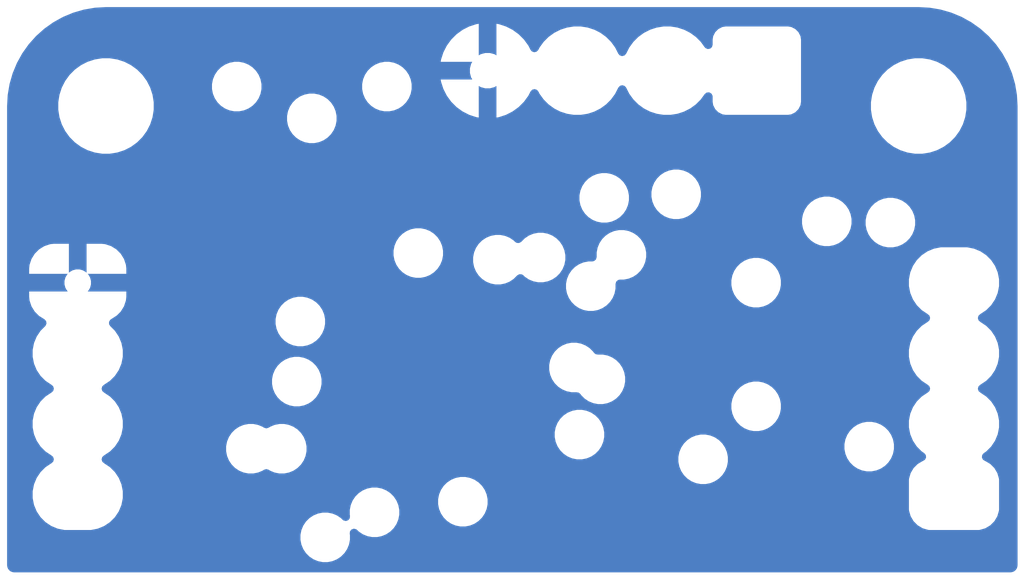
<source format=kicad_pcb>
(kicad_pcb
	(version 20241229)
	(generator "pcbnew")
	(generator_version "9.0")
	(general
		(thickness 1.6062)
		(legacy_teardrops no)
	)
	(paper "A5")
	(title_block
		(title "Mayhem Sense Board")
		(rev "v1.0")
		(company "Chaos3D")
	)
	(layers
		(0 "F.Cu" signal "F.Cu.Sig")
		(4 "In1.Cu" power "In1.Cu.Gnd")
		(6 "In2.Cu" signal "In2.Cu.Sig")
		(2 "B.Cu" power "B.Cu.Gnd")
		(9 "F.Adhes" user "F.Adhesive")
		(11 "B.Adhes" user "B.Adhesive")
		(13 "F.Paste" user)
		(15 "B.Paste" user)
		(5 "F.SilkS" user "F.Silkscreen")
		(7 "B.SilkS" user "B.Silkscreen")
		(1 "F.Mask" user)
		(3 "B.Mask" user)
		(17 "Dwgs.User" user "User.Drawings")
		(19 "Cmts.User" user "User.Comments")
		(21 "Eco1.User" user "User.Eco1")
		(23 "Eco2.User" user "User.Eco2")
		(25 "Edge.Cuts" user)
		(27 "Margin" user)
		(31 "F.CrtYd" user "F.Courtyard")
		(29 "B.CrtYd" user "B.Courtyard")
		(35 "F.Fab" user)
		(33 "B.Fab" user)
		(39 "User.1" user)
		(41 "User.2" user)
		(43 "User.3" user)
		(45 "User.4" user)
		(47 "User.5" user)
		(49 "User.6" user)
		(51 "User.7" user)
		(53 "User.8" user)
		(55 "User.9" user)
	)
	(setup
		(stackup
			(layer "F.SilkS"
				(type "Top Silk Screen")
				(color "White")
			)
			(layer "F.Paste"
				(type "Top Solder Paste")
			)
			(layer "F.Mask"
				(type "Top Solder Mask")
				(color "Black")
				(thickness 0.01)
			)
			(layer "F.Cu"
				(type "copper")
				(thickness 0.035)
			)
			(layer "dielectric 1"
				(type "prepreg")
				(thickness 0.2104)
				(material "FR4")
				(epsilon_r 4.5)
				(loss_tangent 0.02)
			)
			(layer "In1.Cu"
				(type "copper")
				(thickness 0.0152)
			)
			(layer "dielectric 2"
				(type "core")
				(thickness 1.065)
				(material "FR4")
				(epsilon_r 4.5)
				(loss_tangent 0.02)
			)
			(layer "In2.Cu"
				(type "copper")
				(thickness 0.0152)
			)
			(layer "dielectric 3"
				(type "prepreg")
				(thickness 0.2104)
				(material "FR4")
				(epsilon_r 4.5)
				(loss_tangent 0.02)
			)
			(layer "B.Cu"
				(type "copper")
				(thickness 0.035)
			)
			(layer "B.Mask"
				(type "Bottom Solder Mask")
				(color "Black")
				(thickness 0.01)
			)
			(layer "B.Paste"
				(type "Bottom Solder Paste")
			)
			(layer "B.SilkS"
				(type "Bottom Silk Screen")
				(color "White")
			)
			(copper_finish "None")
			(dielectric_constraints no)
		)
		(pad_to_mask_clearance 0)
		(allow_soldermask_bridges_in_footprints no)
		(tenting front back)
		(aux_axis_origin 87.5 72.4)
		(grid_origin 87.5 72.4)
		(pcbplotparams
			(layerselection 0x00000000_00000000_55555555_5755f5ff)
			(plot_on_all_layers_selection 0x00000000_00000000_00000000_00000000)
			(disableapertmacros no)
			(usegerberextensions no)
			(usegerberattributes yes)
			(usegerberadvancedattributes yes)
			(creategerberjobfile yes)
			(dashed_line_dash_ratio 12.000000)
			(dashed_line_gap_ratio 3.000000)
			(svgprecision 4)
			(plotframeref yes)
			(mode 1)
			(useauxorigin no)
			(hpglpennumber 1)
			(hpglpenspeed 20)
			(hpglpendiameter 15.000000)
			(pdf_front_fp_property_popups yes)
			(pdf_back_fp_property_popups yes)
			(pdf_metadata yes)
			(pdf_single_document no)
			(dxfpolygonmode yes)
			(dxfimperialunits yes)
			(dxfusepcbnewfont yes)
			(psnegative no)
			(psa4output no)
			(plot_black_and_white yes)
			(plotinvisibletext no)
			(sketchpadsonfab no)
			(plotpadnumbers no)
			(hidednponfab no)
			(sketchdnponfab yes)
			(crossoutdnponfab yes)
			(subtractmaskfromsilk no)
			(outputformat 1)
			(mirror no)
			(drillshape 0)
			(scaleselection 1)
			(outputdirectory "../Fabrication/Gerber/")
		)
	)
	(net 0 "")
	(net 1 "GND")
	(zone
		(net 1)
		(net_name "GND")
		(layers "B.Cu" "In1.Cu")
		(uuid "7a9c145d-207a-498f-beba-26fd898ce51d")
		(hatch full 0.5)
		(priority 1)
		(connect_pads
			(clearance 0.4)
		)
		(min_thickness 0.25)
		(filled_areas_thickness no)
		(fill yes
			(thermal_gap 0.5)
			(thermal_bridge_width 0.5)
			(smoothing fillet)
			(radius 0.5)
		)
		(polygon
			(pts
				(xy 116.5 56) (xy 113.6 56) (xy 90.3 56) (xy 87.5 56) (xy 87.5 72.4) (xy 116.5 72.4)
			)
		)
		(filled_polygon
			(layer "B.Cu")
			(pts
				(xy 113.503472 56.200695) (xy 113.806503 56.217713) (xy 113.820301 56.219267) (xy 114.11608 56.269522)
				(xy 114.129636 56.272616) (xy 114.417927 56.355672) (xy 114.431051 56.360265) (xy 114.708222 56.475072)
				(xy 114.720744 56.481101) (xy 114.923184 56.592986) (xy 114.983328 56.626227) (xy 114.995102 56.633625)
				(xy 115.239789 56.807239) (xy 115.250653 56.815904) (xy 115.278867 56.841117) (xy 115.474352 57.015815)
				(xy 115.484184 57.025647) (xy 115.684092 57.249342) (xy 115.692763 57.260214) (xy 115.866374 57.504897)
				(xy 115.873772 57.516671) (xy 116.018894 57.779248) (xy 116.024927 57.791777) (xy 116.139734 58.068948)
				(xy 116.144327 58.082072) (xy 116.227383 58.370363) (xy 116.230477 58.38392) (xy 116.28073 58.679688)
				(xy 116.282287 58.693506) (xy 116.299305 58.996527) (xy 116.2995 59.00348) (xy 116.2995 71.990244)
				(xy 116.297973 72.00964) (xy 116.297973 72.009644) (xy 116.292808 72.042251) (xy 116.28082 72.079146)
				(xy 116.270314 72.099765) (xy 116.24751 72.131151) (xy 116.231151 72.14751) (xy 116.199765 72.170314)
				(xy 116.179146 72.18082) (xy 116.142251 72.192808) (xy 116.129663 72.194801) (xy 116.109638 72.197973)
				(xy 116.090244 72.1995) (xy 87.909756 72.1995) (xy 87.89036 72.197973) (xy 87.87411 72.195399) (xy 87.857749 72.192808)
				(xy 87.820853 72.18082) (xy 87.800234 72.170314) (xy 87.768848 72.14751) (xy 87.752489 72.131151)
				(xy 87.729685 72.099765) (xy 87.719179 72.079146) (xy 87.707192 72.042253) (xy 87.702025 72.00963)
				(xy 87.7005 71.990244) (xy 87.7005 71.27767) (xy 96.003162 71.27767) (xy 96.030081 71.412997) (xy 96.030084 71.413007)
				(xy 96.082884 71.540479) (xy 96.082891 71.540492) (xy 96.159548 71.655216) (xy 96.159551 71.65522)
				(xy 96.257117 71.752786) (xy 96.257121 71.752789) (xy 96.371845 71.829446) (xy 96.371858 71.829453)
				(xy 96.49933 71.882253) (xy 96.499335 71.882255) (xy 96.499339 71.882255) (xy 96.49934 71.882256)
				(xy 96.634667 71.909175) (xy 96.63467 71.909175) (xy 96.772658 71.909175) (xy 96.863704 71.891064)
				(xy 96.907991 71.882255) (xy 97.035474 71.82945) (xy 97.150205 71.752789) (xy 97.247777 71.655217)
				(xy 97.324438 71.540486) (xy 97.377243 71.413003) (xy 97.404163 71.277668) (xy 97.404163 71.139682)
				(xy 97.39828 71.110107) (xy 97.404506 71.040518) (xy 97.447368 70.98534) (xy 97.513257 70.962094)
				(xy 97.581254 70.97816) (xy 97.607578 70.998235) (xy 97.653454 71.044111) (xy 97.653458 71.044114)
				(xy 97.768182 71.120771) (xy 97.768195 71.120778) (xy 97.895667 71.173578) (xy 97.895672 71.17358)
				(xy 97.895676 71.17358) (xy 97.895677 71.173581) (xy 98.031004 71.2005) (xy 98.031007 71.2005) (xy 98.168995 71.2005)
				(xy 98.260041 71.182389) (xy 98.304328 71.17358) (xy 98.431811 71.120775) (xy 98.546542 71.044114)
				(xy 98.644114 70.946542) (xy 98.720775 70.831811) (xy 98.77358 70.704328) (xy 98.792264 70.610398)
				(xy 98.8005 70.568995) (xy 98.8005 70.431004) (xy 98.773581 70.295677) (xy 98.77358 70.295676) (xy 98.77358 70.295672)
				(xy 98.76253 70.268995) (xy 99.899499 70.268995) (xy 99.926418 70.404322) (xy 99.926421 70.404332)
				(xy 99.979221 70.531804) (xy 99.979228 70.531817) (xy 100.055885 70.646541) (xy 100.055888 70.646545)
				(xy 100.153454 70.744111) (xy 100.153458 70.744114) (xy 100.268182 70.820771) (xy 100.268195 70.820778)
				(xy 100.395667 70.873578) (xy 100.395672 70.87358) (xy 100.395676 70.87358) (xy 100.395677 70.873581)
				(xy 100.531004 70.9005) (xy 100.531007 70.9005) (xy 100.668995 70.9005) (xy 100.787818 70.876864)
				(xy 100.804328 70.87358) (xy 100.931811 70.820775) (xy 101.046542 70.744114) (xy 101.144114 70.646542)
				(xy 101.220775 70.531811) (xy 101.27358 70.404328) (xy 101.295956 70.291839) (xy 101.3005 70.268995)
				(xy 101.3005 70.131004) (xy 101.273581 69.995677) (xy 101.27358 69.995676) (xy 101.27358 69.995672)
				(xy 101.234555 69.901456) (xy 101.220778 69.868195) (xy 101.220771 69.868182) (xy 101.144114 69.753458)
				(xy 101.144111 69.753454) (xy 101.046545 69.655888) (xy 101.046541 69.655885) (xy 100.931817 69.579228)
				(xy 100.931804 69.579221) (xy 100.804332 69.526421) (xy 100.804322 69.526418) (xy 100.668995 69.4995)
				(xy 100.668993 69.4995) (xy 100.531007 69.4995) (xy 100.531005 69.4995) (xy 100.395677 69.526418)
				(xy 100.395667 69.526421) (xy 100.268195 69.579221) (xy 100.268182 69.579228) (xy 100.153458 69.655885)
				(xy 100.153454 69.655888) (xy 100.055888 69.753454) (xy 100.055885 69.753458) (xy 99.979228 69.868182)
				(xy 99.979221 69.868195) (xy 99.926421 69.995667) (xy 99.926418 69.995677) (xy 99.8995 70.131004)
				(xy 99.8995 70.131007) (xy 99.8995 70.268993) (xy 99.8995 70.268995) (xy 99.899499 70.268995) (xy 98.76253 70.268995)
				(xy 98.762529 70.268993) (xy 98.722517 70.172393) (xy 98.722505 70.172366) (xy 98.720775 70.168189)
				(xy 98.720771 70.168182) (xy 98.644114 70.053458) (xy 98.644111 70.053454) (xy 98.546545 69.955888)
				(xy 98.546541 69.955885) (xy 98.431817 69.879228) (xy 98.431804 69.879221) (xy 98.304332 69.826421)
				(xy 98.304322 69.826418) (xy 98.168995 69.7995) (xy 98.168993 69.7995) (xy 98.031007 69.7995) (xy 98.031005 69.7995)
				(xy 97.895677 69.826418) (xy 97.895667 69.826421) (xy 97.768195 69.879221) (xy 97.768182 69.879228)
				(xy 97.653458 69.955885) (xy 97.653454 69.955888) (xy 97.555888 70.053454) (xy 97.555885 70.053458)
				(xy 97.479228 70.168182) (xy 97.479221 70.168195) (xy 97.426421 70.295667) (xy 97.426418 70.295677)
				(xy 97.3995 70.431004) (xy 97.3995 70.568997) (xy 97.405382 70.598567) (xy 97.399155 70.668158)
				(xy 97.356292 70.723336) (xy 97.290402 70.74658) (xy 97.222405 70.730512) (xy 97.196084 70.710439)
				(xy 97.150208 70.664563) (xy 97.150204 70.66456) (xy 97.03548 70.587903) (xy 97.035467 70.587896)
				(xy 96.907995 70.535096) (xy 96.907985 70.535093) (xy 96.772658 70.508175) (xy 96.772656 70.508175)
				(xy 96.63467 70.508175) (xy 96.634668 70.508175) (xy 96.49934 70.535093) (xy 96.49933 70.535096)
				(xy 96.371858 70.587896) (xy 96.371845 70.587903) (xy 96.257121 70.66456) (xy 96.257117 70.664563)
				(xy 96.159551 70.762129) (xy 96.159548 70.762133) (xy 96.082891 70.876857) (xy 96.082884 70.87687)
				(xy 96.030084 71.004342) (xy 96.030081 71.004352) (xy 96.003163 71.139679) (xy 96.003163 71.139682)
				(xy 96.003163 71.277668) (xy 96.003163 71.27767) (xy 96.003162 71.27767) (xy 87.7005 71.27767) (xy 87.7005 63.600013)
				(xy 88.325 63.600013) (xy 88.325 63.75) (xy 89.41967 63.75) (xy 89.399925 63.769745) (xy 89.350556 63.855255)
				(xy 89.325 63.95063) (xy 89.325 64.04937) (xy 89.350556 64.144745) (xy 89.399925 64.230255) (xy 89.41967 64.25)
				(xy 88.325001 64.25) (xy 88.325001 64.399986) (xy 88.335494 64.502697) (xy 88.390641 64.669119)
				(xy 88.390643 64.669124) (xy 88.482684 64.818345) (xy 88.606654 64.942315) (xy 88.758375 65.035898)
				(xy 88.8051 65.087846) (xy 88.816321 65.156809) (xy 88.788478 65.220891) (xy 88.78096 65.229118)
				(xy 88.64786 65.362218) (xy 88.538371 65.526079) (xy 88.538364 65.526092) (xy 88.46295 65.70816)
				(xy 88.462947 65.70817) (xy 88.4245 65.901456) (xy 88.4245 65.901459) (xy 88.4245 66.098541) (xy 88.4245 66.098543)
				(xy 88.424499 66.098543) (xy 88.462947 66.291829) (xy 88.46295 66.291839) (xy 88.538364 66.473907)
				(xy 88.538371 66.47392) (xy 88.64786 66.637781) (xy 88.647863 66.637785) (xy 88.787214 66.777136)
				(xy 88.787218 66.777139) (xy 88.951079 66.886628) (xy 88.956456 66.889502) (xy 88.95549 66.891308)
				(xy 89.002612 66.929285) (xy 89.024673 66.99558) (xy 89.007391 67.063279) (xy 88.956251 67.110887)
				(xy 88.95266 67.112526) (xy 88.951079 67.113371) (xy 88.787218 67.22286) (xy 88.787214 67.222863)
				(xy 88.647863 67.362214) (xy 88.64786 67.362218) (xy 88.538371 67.526079) (xy 88.538364 67.526092)
				(xy 88.46295 67.70816) (xy 88.462947 67.70817) (xy 88.4245 67.901456) (xy 88.4245 67.901459) (xy 88.4245 68.098541)
				(xy 88.4245 68.098543) (xy 88.424499 68.098543) (xy 88.462947 68.291829) (xy 88.46295 68.291839)
				(xy 88.538364 68.473907) (xy 88.538371 68.47392) (xy 88.64786 68.637781) (xy 88.647863 68.637785)
				(xy 88.787214 68.777136) (xy 88.787218 68.777139) (xy 88.951079 68.886628) (xy 88.956456 68.889502)
				(xy 88.95549 68.891308) (xy 89.002612 68.929285) (xy 89.024673 68.99558) (xy 89.007391 69.063279)
				(xy 88.956251 69.110887) (xy 88.95266 69.112526) (xy 88.951079 69.113371) (xy 88.787218 69.22286)
				(xy 88.787214 69.222863) (xy 88.647863 69.362214) (xy 88.64786 69.362218) (xy 88.538371 69.526079)
				(xy 88.538364 69.526092) (xy 88.46295 69.70816) (xy 88.462947 69.70817) (xy 88.4245 69.901456) (xy 88.4245 69.901459)
				(xy 88.4245 70.098541) (xy 88.4245 70.098543) (xy 88.424499 70.098543) (xy 88.462947 70.291829)
				(xy 88.46295 70.291839) (xy 88.538364 70.473907) (xy 88.538371 70.47392) (xy 88.64786 70.637781)
				(xy 88.647863 70.637785) (xy 88.787214 70.777136) (xy 88.787218 70.777139) (xy 88.951079 70.886628)
				(xy 88.951092 70.886635) (xy 89.108284 70.951745) (xy 89.133165 70.962051) (xy 89.133169 70.962051)
				(xy 89.13317 70.962052) (xy 89.326456 71.0005) (xy 89.326459 71.0005) (xy 90.073543 71.0005) (xy 90.203582 70.974632)
				(xy 90.266835 70.962051) (xy 90.448914 70.886632) (xy 90.612782 70.777139) (xy 90.752139 70.637782)
				(xy 90.861632 70.473914) (xy 90.937051 70.291835) (xy 90.961646 70.168189) (xy 90.9755 70.098543)
				(xy 90.9755 69.901456) (xy 90.937052 69.70817) (xy 90.937051 69.708169) (xy 90.937051 69.708165)
				(xy 90.922725 69.673578) (xy 90.861635 69.526092) (xy 90.861628 69.526079) (xy 90.752139 69.362218)
				(xy 90.752136 69.362214) (xy 90.612785 69.222863) (xy 90.612781 69.22286) (xy 90.44892 69.113371)
				(xy 90.443544 69.110498) (xy 90.44451 69.108689) (xy 90.397397 69.070728) (xy 90.375326 69.004436)
				(xy 90.3926 68.936735) (xy 90.443734 68.889121) (xy 90.447331 68.887477) (xy 90.448907 68.886634)
				(xy 90.448914 68.886632) (xy 90.612782 68.777139) (xy 90.620926 68.768995) (xy 93.899499 68.768995)
				(xy 93.926418 68.904322) (xy 93.926421 68.904332) (xy 93.979221 69.031804) (xy 93.979228 69.031817)
				(xy 94.055885 69.146541) (xy 94.055888 69.146545) (xy 94.153454 69.244111) (xy 94.153458 69.244114)
				(xy 94.268182 69.320771) (xy 94.268195 69.320778) (xy 94.395667 69.373578) (xy 94.395672 69.37358)
				(xy 94.395676 69.37358) (xy 94.395677 69.373581) (xy 94.531004 69.4005) (xy 94.531007 69.4005) (xy 94.668995 69.4005)
				(xy 94.760041 69.382389) (xy 94.804328 69.37358) (xy 94.931811 69.320775) (xy 94.96861 69.296186)
				(xy 95.035285 69.275308) (xy 95.102665 69.293791) (xy 95.106363 69.296168) (xy 95.143189 69.320775)
				(xy 95.143191 69.320776) (xy 95.143193 69.320777) (xy 95.270667 69.373578) (xy 95.270672 69.37358)
				(xy 95.270676 69.37358) (xy 95.270677 69.373581) (xy 95.406004 69.4005) (xy 95.406007 69.4005) (xy 95.543995 69.4005)
				(xy 95.635041 69.382389) (xy 95.679328 69.37358) (xy 95.806811 69.320775) (xy 95.921542 69.244114)
				(xy 96.019114 69.146542) (xy 96.070929 69.068995) (xy 106.699499 69.068995) (xy 106.726418 69.204322)
				(xy 106.726421 69.204332) (xy 106.779221 69.331804) (xy 106.779228 69.331817) (xy 106.855885 69.446541)
				(xy 106.855888 69.446545) (xy 106.953454 69.544111) (xy 106.953458 69.544114) (xy 107.068182 69.620771)
				(xy 107.068195 69.620778) (xy 107.195667 69.673578) (xy 107.195672 69.67358) (xy 107.195676 69.67358)
				(xy 107.195677 69.673581) (xy 107.331004 69.7005) (xy 107.331007 69.7005) (xy 107.468995 69.7005)
				(xy 107.560041 69.682389) (xy 107.604328 69.67358) (xy 107.731811 69.620775) (xy 107.846542 69.544114)
				(xy 107.944114 69.446542) (xy 108.020775 69.331811) (xy 108.07358 69.204328) (xy 108.097009 69.086545)
				(xy 108.1005 69.068995) (xy 108.1005 68.931004) (xy 108.073581 68.795677) (xy 108.07358 68.795676)
				(xy 108.07358 68.795672) (xy 108.073578 68.795667) (xy 108.037678 68.708995) (xy 111.399499 68.708995)
				(xy 111.426418 68.844322) (xy 111.426421 68.844332) (xy 111.479221 68.971804) (xy 111.479228 68.971817)
				(xy 111.555885 69.086541) (xy 111.555888 69.086545) (xy 111.653454 69.184111) (xy 111.653458 69.184114)
				(xy 111.768182 69.260771) (xy 111.768195 69.260778) (xy 111.853681 69.296187) (xy 111.895672 69.31358)
				(xy 111.895676 69.31358) (xy 111.895677 69.313581) (xy 112.031004 69.3405) (xy 112.031007 69.3405)
				(xy 112.168995 69.3405) (xy 112.268146 69.320777) (xy 112.304328 69.31358) (xy 112.431811 69.260775)
				(xy 112.546542 69.184114) (xy 112.644114 69.086542) (xy 112.720775 68.971811) (xy 112.77358 68.844328)
				(xy 112.786945 68.777137) (xy 112.8005 68.708995) (xy 112.8005 68.571004) (xy 112.773581 68.435677)
				(xy 112.77358 68.435676) (xy 112.77358 68.435672) (xy 112.750199 68.379225) (xy 112.720778 68.308195)
				(xy 112.720771 68.308182) (xy 112.644114 68.193458) (xy 112.644111 68.193454) (xy 112.546545 68.095888)
				(xy 112.546541 68.095885) (xy 112.431817 68.019228) (xy 112.431804 68.019221) (xy 112.304332 67.966421)
				(xy 112.304322 67.966418) (xy 112.168995 67.9395) (xy 112.168993 67.9395) (xy 112.031007 67.9395)
				(xy 112.031005 67.9395) (xy 111.895677 67.966418) (xy 111.895667 67.966421) (xy 111.768195 68.019221)
				(xy 111.768182 68.019228) (xy 111.653458 68.095885) (xy 111.653454 68.095888) (xy 111.555888 68.193454)
				(xy 111.555885 68.193458) (xy 111.479228 68.308182) (xy 111.479221 68.308195) (xy 111.426421 68.435667)
				(xy 111.426418 68.435677) (xy 111.3995 68.571004) (xy 111.3995 68.571007) (xy 111.3995 68.708993)
				(xy 111.3995 68.708995) (xy 111.399499 68.708995) (xy 108.037678 68.708995) (xy 108.020778 68.668195)
				(xy 108.020772 68.668184) (xy 107.997801 68.633805) (xy 107.9978 68.633804) (xy 107.944114 68.553458)
				(xy 107.944111 68.553454) (xy 107.846545 68.455888) (xy 107.846541 68.455885) (xy 107.731817 68.379228)
				(xy 107.731804 68.379221) (xy 107.604332 68.326421) (xy 107.604322 68.326418) (xy 107.468995 68.2995)
				(xy 107.468993 68.2995) (xy 107.331007 68.2995) (xy 107.331005 68.2995) (xy 107.195677 68.326418)
				(xy 107.195667 68.326421) (xy 107.068195 68.379221) (xy 107.068182 68.379228) (xy 106.953458 68.455885)
				(xy 106.953454 68.455888) (xy 106.855888 68.553454) (xy 106.855885 68.553458) (xy 106.779228 68.668182)
				(xy 106.779221 68.668195) (xy 106.726421 68.795667) (xy 106.726418 68.795677) (xy 106.6995 68.931004)
				(xy 106.6995 68.931007) (xy 106.6995 69.068993) (xy 106.6995 69.068995) (xy 106.699499 69.068995)
				(xy 96.070929 69.068995) (xy 96.095775 69.031811) (xy 96.14858 68.904328) (xy 96.17388 68.777137)
				(xy 96.1755 68.768995) (xy 96.1755 68.631004) (xy 96.148581 68.495677) (xy 96.14858 68.495676) (xy 96.14858 68.495672)
				(xy 96.1321 68.455885) (xy 96.096109 68.368995) (xy 103.199499 68.368995) (xy 103.226418 68.504322)
				(xy 103.226421 68.504332) (xy 103.279221 68.631804) (xy 103.279228 68.631817) (xy 103.355885 68.746541)
				(xy 103.355888 68.746545) (xy 103.453454 68.844111) (xy 103.453458 68.844114) (xy 103.568182 68.920771)
				(xy 103.568195 68.920778) (xy 103.667838 68.962051) (xy 103.695672 68.97358) (xy 103.695676 68.97358)
				(xy 103.695677 68.973581) (xy 103.831004 69.0005) (xy 103.831007 69.0005) (xy 103.968995 69.0005)
				(xy 104.060041 68.982389) (xy 104.104328 68.97358) (xy 104.231811 68.920775) (xy 104.346542 68.844114)
				(xy 104.346545 68.844111) (xy 104.353423 68.837234) (xy 104.444111 68.746545) (xy 104.444114 68.746542)
				(xy 104.520775 68.631811) (xy 104.57358 68.504328) (xy 104.6005 68.368993) (xy 104.6005 68.231007)
				(xy 104.6005 68.231004) (xy 104.573581 68.095677) (xy 104.57358 68.095676) (xy 104.57358 68.095672)
				(xy 104.566769 68.079228) (xy 104.520778 67.968195) (xy 104.520771 67.968182) (xy 104.444114 67.853458)
				(xy 104.444111 67.853454) (xy 104.346545 67.755888) (xy 104.346541 67.755885) (xy 104.231817 67.679228)
				(xy 104.231804 67.679221) (xy 104.104332 67.626421) (xy 104.104322 67.626418) (xy 103.968995 67.5995)
				(xy 103.968993 67.5995) (xy 103.831007 67.5995) (xy 103.831005 67.5995) (xy 103.695677 67.626418)
				(xy 103.695667 67.626421) (xy 103.568195 67.679221) (xy 103.568182 67.679228) (xy 103.453458 67.755885)
				(xy 103.453454 67.755888) (xy 103.355888 67.853454) (xy 103.355885 67.853458) (xy 103.279228 67.968182)
				(xy 103.279221 67.968195) (xy 103.226421 68.095667) (xy 103.226418 68.095677) (xy 103.1995 68.231004)
				(xy 103.1995 68.231007) (xy 103.1995 68.368993) (xy 103.1995 68.368995) (xy 103.199499 68.368995)
				(xy 96.096109 68.368995) (xy 96.095778 68.368195) (xy 96.095771 68.368182) (xy 96.046074 68.293806)
				(xy 96.019114 68.253458) (xy 96.019111 68.253454) (xy 95.921545 68.155888) (xy 95.921541 68.155885)
				(xy 95.806817 68.079228) (xy 95.806804 68.079221) (xy 95.679332 68.026421) (xy 95.679322 68.026418)
				(xy 95.543995 67.9995) (xy 95.543993 67.9995) (xy 95.406007 67.9995) (xy 95.406005 67.9995) (xy 95.270677 68.026418)
				(xy 95.270667 68.026421) (xy 95.143195 68.079221) (xy 95.143182 68.079228) (xy 95.106391 68.103812)
				(xy 95.039713 68.12469) (xy 94.972333 68.106205) (xy 94.968609 68.103812) (xy 94.931817 68.079228)
				(xy 94.931804 68.079221) (xy 94.804332 68.026421) (xy 94.804322 68.026418) (xy 94.668995 67.9995)
				(xy 94.668993 67.9995) (xy 94.531007 67.9995) (xy 94.531005 67.9995) (xy 94.395677 68.026418) (xy 94.395667 68.026421)
				(xy 94.268195 68.079221) (xy 94.268182 68.079228) (xy 94.153458 68.155885) (xy 94.153454 68.155888)
				(xy 94.055888 68.253454) (xy 94.055885 68.253458) (xy 93.979228 68.368182) (xy 93.979221 68.368195)
				(xy 93.926421 68.495667) (xy 93.926418 68.495677) (xy 93.8995 68.631004) (xy 93.8995 68.631007)
				(xy 93.8995 68.768993) (xy 93.8995 68.768995) (xy 93.899499 68.768995) (xy 90.620926 68.768995)
				(xy 90.752139 68.637782) (xy 90.796759 68.571004) (xy 90.806768 68.556025) (xy 90.806768 68.556024)
				(xy 90.861628 68.47392) (xy 90.861628 68.473919) (xy 90.861632 68.473914) (xy 90.937051 68.291835)
				(xy 90.95662 68.193458) (xy 90.9755 68.098543) (xy 90.9755 67.901456) (xy 90.937052 67.70817) (xy 90.937051 67.708169)
				(xy 90.937051 67.708165) (xy 90.903192 67.626421) (xy 90.879406 67.568995) (xy 108.199499 67.568995)
				(xy 108.226418 67.704322) (xy 108.226421 67.704332) (xy 108.279221 67.831804) (xy 108.279228 67.831817)
				(xy 108.355885 67.946541) (xy 108.355888 67.946545) (xy 108.453454 68.044111) (xy 108.453458 68.044114)
				(xy 108.568182 68.120771) (xy 108.568195 68.120778) (xy 108.695667 68.173578) (xy 108.695672 68.17358)
				(xy 108.695676 68.17358) (xy 108.695677 68.173581) (xy 108.831004 68.2005) (xy 108.831007 68.2005)
				(xy 108.968995 68.2005) (xy 109.060041 68.182389) (xy 109.104328 68.17358) (xy 109.231811 68.120775)
				(xy 109.346542 68.044114) (xy 109.444114 67.946542) (xy 109.520775 67.831811) (xy 109.57358 67.704328)
				(xy 109.589077 67.62642) (xy 109.6005 67.568995) (xy 109.6005 67.431004) (xy 109.573581 67.295677)
				(xy 109.57358 67.295676) (xy 109.57358 67.295672) (xy 109.573578 67.295667) (xy 109.520778 67.168195)
				(xy 109.520771 67.168182) (xy 109.444114 67.053458) (xy 109.444111 67.053454) (xy 109.346545 66.955888)
				(xy 109.346541 66.955885) (xy 109.231817 66.879228) (xy 109.231804 66.879221) (xy 109.104332 66.826421)
				(xy 109.104322 66.826418) (xy 108.968995 66.7995) (xy 108.968993 66.7995) (xy 108.831007 66.7995)
				(xy 108.831005 66.7995) (xy 108.695677 66.826418) (xy 108.695667 66.826421) (xy 108.568195 66.879221)
				(xy 108.568182 66.879228) (xy 108.453458 66.955885) (xy 108.453454 66.955888) (xy 108.355888 67.053454)
				(xy 108.355885 67.053458) (xy 108.279228 67.168182) (xy 108.279221 67.168195) (xy 108.226421 67.295667)
				(xy 108.226418 67.295677) (xy 108.1995 67.431004) (xy 108.1995 67.431007) (xy 108.1995 67.568993)
				(xy 108.1995 67.568995) (xy 108.199499 67.568995) (xy 90.879406 67.568995) (xy 90.861635 67.526092)
				(xy 90.861628 67.526079) (xy 90.752139 67.362218) (xy 90.752136 67.362214) (xy 90.612785 67.222863)
				(xy 90.612781 67.22286) (xy 90.44892 67.113371) (xy 90.443544 67.110498) (xy 90.44451 67.108689)
				(xy 90.397397 67.070728) (xy 90.375326 67.004436) (xy 90.3926 66.936735) (xy 90.443734 66.889121)
				(xy 90.447331 66.887477) (xy 90.448907 66.886634) (xy 90.448914 66.886632) (xy 90.47531 66.868995)
				(xy 95.199499 66.868995) (xy 95.226418 67.004322) (xy 95.226421 67.004332) (xy 95.279221 67.131804)
				(xy 95.279228 67.131817) (xy 95.355885 67.246541) (xy 95.355888 67.246545) (xy 95.453454 67.344111)
				(xy 95.453458 67.344114) (xy 95.568182 67.420771) (xy 95.568195 67.420778) (xy 95.606693 67.436724)
				(xy 95.695672 67.47358) (xy 95.695676 67.47358) (xy 95.695677 67.473581) (xy 95.831004 67.5005)
				(xy 95.831007 67.5005) (xy 95.968995 67.5005) (xy 96.060041 67.482389) (xy 96.104328 67.47358) (xy 96.231811 67.420775)
				(xy 96.346542 67.344114) (xy 96.444114 67.246542) (xy 96.520775 67.131811) (xy 96.57358 67.004328)
				(xy 96.588507 66.929285) (xy 96.6005 66.868995) (xy 96.6005 66.731004) (xy 96.573581 66.595677)
				(xy 96.57358 66.595676) (xy 96.57358 66.595672) (xy 96.573578 66.595667) (xy 96.521233 66.469293)
				(xy 103.043571 66.469293) (xy 103.07049 66.60462) (xy 103.070493 66.60463) (xy 103.123293 66.732102)
				(xy 103.1233 66.732115) (xy 103.199957 66.846839) (xy 103.19996 66.846843) (xy 103.297526 66.944409)
				(xy 103.29753 66.944412) (xy 103.412254 67.021069) (xy 103.412267 67.021076) (xy 103.525652 67.068041)
				(xy 103.539744 67.073878) (xy 103.539748 67.073878) (xy 103.539749 67.073879) (xy 103.675076 67.100798)
				(xy 103.675079 67.100798) (xy 103.813066 67.100798) (xy 103.814304 67.100676) (xy 103.814947 67.100798)
				(xy 103.819157 67.100798) (xy 103.819157 67.101596) (xy 103.882951 67.113691) (xy 103.929566 67.155187)
				(xy 103.947993 67.182765) (xy 103.947996 67.182769) (xy 104.045562 67.280335) (xy 104.045566 67.280338)
				(xy 104.16029 67.356995) (xy 104.160303 67.357002) (xy 104.287775 67.409802) (xy 104.28778 67.409804)
				(xy 104.287784 67.409804) (xy 104.287785 67.409805) (xy 104.423112 67.436724) (xy 104.423115 67.436724)
				(xy 104.561103 67.436724) (xy 104.652149 67.418613) (xy 104.696436 67.409804) (xy 104.823919 67.356999)
				(xy 104.843207 67.344111) (xy 104.876579 67.321813) (xy 104.898981 67.306843) (xy 104.93865 67.280338)
				(xy 105.036222 67.182766) (xy 105.112883 67.068035) (xy 105.165688 66.940552) (xy 105.184329 66.846839)
				(xy 105.192608 66.805219) (xy 105.192608 66.667228) (xy 105.165689 66.531901) (xy 105.165688 66.5319)
				(xy 105.165688 66.531896) (xy 105.141671 66.473914) (xy 105.112886 66.404419) (xy 105.112879 66.404406)
				(xy 105.036222 66.289682) (xy 105.036219 66.289678) (xy 104.938653 66.192112) (xy 104.938649 66.192109)
				(xy 104.823925 66.115452) (xy 104.823912 66.115445) (xy 104.69644 66.062645) (xy 104.69643 66.062642)
				(xy 104.561103 66.035724) (xy 104.561101 66.035724) (xy 104.423115 66.035724) (xy 104.423106 66.035724)
				(xy 104.421856 66.035847) (xy 104.421208 66.035724) (xy 104.417023 66.035724) (xy 104.417023 66.034929)
				(xy 104.353211 66.022821) (xy 104.306612 65.981333) (xy 104.288184 65.953753) (xy 104.190617 65.856186)
				(xy 104.190613 65.856183) (xy 104.075889 65.779526) (xy 104.075876 65.779519) (xy 103.948404 65.726719)
				(xy 103.948394 65.726716) (xy 103.813067 65.699798) (xy 103.813065 65.699798) (xy 103.675079 65.699798)
				(xy 103.675077 65.699798) (xy 103.539749 65.726716) (xy 103.539739 65.726719) (xy 103.412267 65.779519)
				(xy 103.412254 65.779526) (xy 103.29753 65.856183) (xy 103.297526 65.856186) (xy 103.19996 65.953752)
				(xy 103.199957 65.953756) (xy 103.1233 66.06848) (xy 103.123293 66.068493) (xy 103.070493 66.195965)
				(xy 103.07049 66.195975) (xy 103.043572 66.331302) (xy 103.043572 66.331305) (xy 103.043572 66.469291)
				(xy 103.043572 66.469293) (xy 103.043571 66.469293) (xy 96.521233 66.469293) (xy 96.520778 66.468195)
				(xy 96.520776 66.468191) (xy 96.520775 66.468189) (xy 96.478161 66.404413) (xy 96.471273 66.394104)
				(xy 96.444114 66.353457) (xy 96.346545 66.255888) (xy 96.346541 66.255885) (xy 96.231817 66.179228)
				(xy 96.231804 66.179221) (xy 96.104332 66.126421) (xy 96.104322 66.126418) (xy 95.968995 66.0995)
				(xy 95.968993 66.0995) (xy 95.831007 66.0995) (xy 95.831005 66.0995) (xy 95.695677 66.126418) (xy 95.695667 66.126421)
				(xy 95.568195 66.179221) (xy 95.568182 66.179228) (xy 95.453458 66.255885) (xy 95.453454 66.255888)
				(xy 95.355888 66.353454) (xy 95.355885 66.353458) (xy 95.279228 66.468182) (xy 95.279221 66.468195)
				(xy 95.226421 66.595667) (xy 95.226418 66.595677) (xy 95.1995 66.731004) (xy 95.1995 66.731007)
				(xy 95.1995 66.868993) (xy 95.1995 66.868995) (xy 95.199499 66.868995) (xy 90.47531 66.868995) (xy 90.612782 66.777139)
				(xy 90.752139 66.637782) (xy 90.861632 66.473914) (xy 90.937051 66.291835) (xy 90.959452 66.179221)
				(xy 90.9755 66.098543) (xy 90.9755 65.901456) (xy 90.937052 65.70817) (xy 90.937051 65.708169) (xy 90.937051 65.708165)
				(xy 90.933585 65.699798) (xy 90.861635 65.526092) (xy 90.861628 65.526079) (xy 90.752139 65.362218)
				(xy 90.752136 65.362214) (xy 90.61904 65.229118) (xy 90.608568 65.20994) (xy 90.594179 65.193497)
				(xy 90.592153 65.179878) (xy 90.58621 65.168995) (xy 95.299499 65.168995) (xy 95.326418 65.304322)
				(xy 95.326421 65.304332) (xy 95.379221 65.431804) (xy 95.379228 65.431817) (xy 95.455885 65.546541)
				(xy 95.455888 65.546545) (xy 95.553454 65.644111) (xy 95.553458 65.644114) (xy 95.668182 65.720771)
				(xy 95.668195 65.720778) (xy 95.795667 65.773578) (xy 95.795672 65.77358) (xy 95.795676 65.77358)
				(xy 95.795677 65.773581) (xy 95.931004 65.8005) (xy 95.931007 65.8005) (xy 96.068995 65.8005) (xy 96.160041 65.782389)
				(xy 96.204328 65.77358) (xy 96.331811 65.720775) (xy 96.446542 65.644114) (xy 96.544114 65.546542)
				(xy 96.620775 65.431811) (xy 96.67358 65.304328) (xy 96.7005 65.168993) (xy 96.7005 65.031007) (xy 96.7005 65.031004)
				(xy 96.673581 64.895677) (xy 96.67358 64.895676) (xy 96.67358 64.895672) (xy 96.671024 64.889502)
				(xy 96.620778 64.768195) (xy 96.620771 64.768182) (xy 96.544114 64.653458) (xy 96.544111 64.653454)
				(xy 96.446545 64.555888) (xy 96.446541 64.555885) (xy 96.331817 64.479228) (xy 96.331804 64.479221)
				(xy 96.204332 64.426421) (xy 96.204322 64.426418) (xy 96.068995 64.3995) (xy 96.068993 64.3995)
				(xy 95.931007 64.3995) (xy 95.931005 64.3995) (xy 95.795677 64.426418) (xy 95.795667 64.426421)
				(xy 95.668195 64.479221) (xy 95.668182 64.479228) (xy 95.553458 64.555885) (xy 95.553454 64.555888)
				(xy 95.455888 64.653454) (xy 95.455885 64.653458) (xy 95.379228 64.768182) (xy 95.379221 64.768195)
				(xy 95.326421 64.895667) (xy 95.326418 64.895677) (xy 95.2995 65.031004) (xy 95.2995 65.031007)
				(xy 95.2995 65.168993) (xy 95.2995 65.168995) (xy 95.299499 65.168995) (xy 90.58621 65.168995) (xy 90.585555 65.167795)
				(xy 90.587113 65.145998) (xy 90.583899 65.124387) (xy 90.589556 65.111836) (xy 90.590539 65.098103)
				(xy 90.603633 65.08061) (xy 90.612614 65.060691) (xy 90.629082 65.046616) (xy 90.632411 65.04217)
				(xy 90.639175 65.037449) (xy 90.807638 64.928022) (xy 90.917315 64.818345) (xy 91.009356 64.669124)
				(xy 91.009358 64.669119) (xy 91.064505 64.502697) (xy 91.064506 64.50269) (xy 91.074999 64.399986)
				(xy 91.075 64.399973) (xy 91.075 64.25) (xy 89.98033 64.25) (xy 90.000075 64.230255) (xy 90.035443 64.168995)
				(xy 103.519499 64.168995) (xy 103.546418 64.304322) (xy 103.546421 64.304332) (xy 103.599221 64.431804)
				(xy 103.599228 64.431817) (xy 103.675885 64.546541) (xy 103.675888 64.546545) (xy 103.773454 64.644111)
				(xy 103.773458 64.644114) (xy 103.888182 64.720771) (xy 103.888195 64.720778) (xy 104.00264 64.768182)
				(xy 104.015672 64.77358) (xy 104.015676 64.77358) (xy 104.015677 64.773581) (xy 104.151004 64.8005)
				(xy 104.151007 64.8005) (xy 104.288995 64.8005) (xy 104.380041 64.782389) (xy 104.424328 64.77358)
				(xy 104.551811 64.720775) (xy 104.666542 64.644114) (xy 104.764114 64.546542) (xy 104.840775 64.431811)
				(xy 104.89358 64.304328) (xy 104.913471 64.204332) (xy 104.9205 64.168995) (xy 104.9205 64.068995)
				(xy 108.199499 64.068995) (xy 108.226418 64.204322) (xy 108.226421 64.204332) (xy 108.279221 64.331804)
				(xy 108.279228 64.331817) (xy 108.355885 64.446541) (xy 108.355888 64.446545) (xy 108.453454 64.544111)
				(xy 108.453458 64.544114) (xy 108.568182 64.620771) (xy 108.568195 64.620778) (xy 108.684902 64.669119)
				(xy 108.695672 64.67358) (xy 108.695676 64.67358) (xy 108.695677 64.673581) (xy 108.831004 64.7005)
				(xy 108.831007 64.7005) (xy 108.968995 64.7005) (xy 109.060041 64.682389) (xy 109.104328 64.67358)
				(xy 109.231811 64.620775) (xy 109.346542 64.544114) (xy 109.444114 64.446542) (xy 109.520775 64.331811)
				(xy 109.57358 64.204328) (xy 109.594622 64.098543) (xy 113.224499 64.098543) (xy 113.262947 64.291829)
				(xy 113.26295 64.291839) (xy 113.338364 64.473907) (xy 113.338371 64.47392) (xy 113.44786 64.637781)
				(xy 113.447863 64.637785) (xy 113.587214 64.777136) (xy 113.587218 64.777139) (xy 113.751079 64.886628)
				(xy 113.756456 64.889502) (xy 113.75549 64.891308) (xy 113.802612 64.929285) (xy 113.824673 64.99558)
				(xy 113.807391 65.063279) (xy 113.756251 65.110887) (xy 113.75266 65.112526) (xy 113.751079 65.113371)
				(xy 113.587218 65.22286) (xy 113.587214 65.222863) (xy 113.447863 65.362214) (xy 113.44786 65.362218)
				(xy 113.338371 65.526079) (xy 113.338364 65.526092) (xy 113.26295 65.70816) (xy 113.262947 65.70817)
				(xy 113.2245 65.901456) (xy 113.2245 65.901459) (xy 113.2245 66.098541) (xy 113.2245 66.098543)
				(xy 113.224499 66.098543) (xy 113.262947 66.291829) (xy 113.26295 66.291839) (xy 113.338364 66.473907)
				(xy 113.338371 66.47392) (xy 113.44786 66.637781) (xy 113.447863 66.637785) (xy 113.587214 66.777136)
				(xy 113.587218 66.777139) (xy 113.751079 66.886628) (xy 113.756456 66.889502) (xy 113.75549 66.891308)
				(xy 113.802612 66.929285) (xy 113.824673 66.99558) (xy 113.807391 67.063279) (xy 113.756251 67.110887)
				(xy 113.75266 67.112526) (xy 113.751079 67.113371) (xy 113.587218 67.22286) (xy 113.587214 67.222863)
				(xy 113.447863 67.362214) (xy 113.44786 67.362218) (xy 113.338371 67.526079) (xy 113.338364 67.526092)
				(xy 113.26295 67.70816) (xy 113.262947 67.70817) (xy 113.2245 67.901456) (xy 113.2245 67.901459)
				(xy 113.2245 68.098541) (xy 113.2245 68.098543) (xy 113.224499 68.098543) (xy 113.262947 68.291829)
				(xy 113.26295 68.291839) (xy 113.338364 68.473907) (xy 113.338371 68.47392) (xy 113.44786 68.637781)
				(xy 113.447863 68.637785) (xy 113.587217 68.777139) (xy 113.656955 68.823736) (xy 113.70176 68.877348)
				(xy 113.710467 68.946673) (xy 113.680313 69.0097) (xy 113.622663 69.045913) (xy 113.614607 69.048253)
				(xy 113.614603 69.048255) (xy 113.473137 69.131917) (xy 113.473129 69.131923) (xy 113.356923 69.248129)
				(xy 113.356917 69.248137) (xy 113.273255 69.389603) (xy 113.273254 69.389606) (xy 113.227402 69.547426)
				(xy 113.227401 69.547432) (xy 113.2245 69.584298) (xy 113.2245 70.415701) (xy 113.227401 70.452567)
				(xy 113.227402 70.452573) (xy 113.273254 70.610393) (xy 113.273255 70.610396) (xy 113.356917 70.751862)
				(xy 113.356923 70.75187) (xy 113.473129 70.868076) (xy 113.473133 70.868079) (xy 113.473135 70.868081)
				(xy 113.614602 70.951744) (xy 113.650072 70.962049) (xy 113.772426 70.997597) (xy 113.772429 70.997597)
				(xy 113.772431 70.997598) (xy 113.809306 71.0005) (xy 113.809314 71.0005) (xy 115.190686 71.0005)
				(xy 115.190694 71.0005) (xy 115.227569 70.997598) (xy 115.227571 70.997597) (xy 115.227573 70.997597)
				(xy 115.294474 70.97816) (xy 115.385398 70.951744) (xy 115.526865 70.868081) (xy 115.643081 70.751865)
				(xy 115.726744 70.610398) (xy 115.772598 70.452569) (xy 115.7755 70.415694) (xy 115.7755 69.584306)
				(xy 115.772598 69.547431) (xy 115.771634 69.544114) (xy 115.726745 69.389606) (xy 115.726744 69.389603)
				(xy 115.726744 69.389602) (xy 115.643081 69.248135) (xy 115.643079 69.248133) (xy 115.643076 69.248129)
				(xy 115.52687 69.131923) (xy 115.526862 69.131917) (xy 115.420462 69.068993) (xy 115.385398 69.048256)
				(xy 115.385397 69.048255) (xy 115.385396 69.048255) (xy 115.377338 69.045914) (xy 115.318453 69.008306)
				(xy 115.289248 68.944833) (xy 115.298995 68.875647) (xy 115.343043 68.823736) (xy 115.412782 68.777139)
				(xy 115.552139 68.637782) (xy 115.661632 68.473914) (xy 115.737051 68.291835) (xy 115.75662 68.193458)
				(xy 115.7755 68.098543) (xy 115.7755 67.901456) (xy 115.737052 67.70817) (xy 115.737051 67.708169)
				(xy 115.737051 67.708165) (xy 115.703192 67.626421) (xy 115.661635 67.526092) (xy 115.661628 67.526079)
				(xy 115.552139 67.362218) (xy 115.552136 67.362214) (xy 115.412785 67.222863) (xy 115.412781 67.22286)
				(xy 115.24892 67.113371) (xy 115.243544 67.110498) (xy 115.24451 67.108689) (xy 115.197397 67.070728)
				(xy 115.175326 67.004436) (xy 115.1926 66.936735) (xy 115.243734 66.889121) (xy 115.247331 66.887477)
				(xy 115.248907 66.886634) (xy 115.248914 66.886632) (xy 115.412782 66.777139) (xy 115.552139 66.637782)
				(xy 115.661632 66.473914) (xy 115.737051 66.291835) (xy 115.759452 66.179221) (xy 115.7755 66.098543)
				(xy 115.7755 65.901456) (xy 115.737052 65.70817) (xy 115.737051 65.708169) (xy 115.737051 65.708165)
				(xy 115.733585 65.699798) (xy 115.661635 65.526092) (xy 115.661628 65.526079) (xy 115.552139 65.362218)
				(xy 115.552136 65.362214) (xy 115.412785 65.222863) (xy 115.412781 65.22286) (xy 115.24892 65.113371)
				(xy 115.243544 65.110498) (xy 115.24451 65.108689) (xy 115.197397 65.070728) (xy 115.175326 65.004436)
				(xy 115.1926 64.936735) (xy 115.243734 64.889121) (xy 115.247331 64.887477) (xy 115.248907 64.886634)
				(xy 115.248914 64.886632) (xy 115.412782 64.777139) (xy 115.552139 64.637782) (xy 115.661632 64.473914)
				(xy 115.737051 64.291835) (xy 115.761486 64.168993) (xy 115.7755 64.098543) (xy 115.7755 63.901456)
				(xy 115.737052 63.70817) (xy 115.737051 63.708169) (xy 115.737051 63.708165) (xy 115.733638 63.699925)
				(xy 115.661635 63.526092) (xy 115.661628 63.526079) (xy 115.552139 63.362218) (xy 115.552136 63.362214)
				(xy 115.412785 63.222863) (xy 115.412781 63.22286) (xy 115.24892 63.113371) (xy 115.248907 63.113364)
				(xy 115.066839 63.03795) (xy 115.066829 63.037947) (xy 114.873543 62.9995) (xy 114.873541 62.9995)
				(xy 114.126459 62.9995) (xy 114.126457 62.9995) (xy 113.93317 63.037947) (xy 113.93316 63.03795)
				(xy 113.751092 63.113364) (xy 113.751079 63.113371) (xy 113.587218 63.22286) (xy 113.587214 63.222863)
				(xy 113.447863 63.362214) (xy 113.44786 63.362218) (xy 113.338371 63.526079) (xy 113.338364 63.526092)
				(xy 113.26295 63.70816) (xy 113.262947 63.70817) (xy 113.2245 63.901456) (xy 113.2245 63.901459)
				(xy 113.2245 64.098541) (xy 113.2245 64.098543) (xy 113.224499 64.098543) (xy 109.594622 64.098543)
				(xy 109.6005 64.068995) (xy 109.6005 63.931007) (xy 109.598223 63.919561) (xy 109.598223 63.919558)
				(xy 109.57878 63.821813) (xy 109.57358 63.795672) (xy 109.562196 63.768189) (xy 109.520778 63.668195)
				(xy 109.520771 63.668182) (xy 109.444114 63.553458) (xy 109.444111 63.553454) (xy 109.346545 63.455888)
				(xy 109.346541 63.455885) (xy 109.231817 63.379228) (xy 109.231804 63.379221) (xy 109.104332 63.326421)
				(xy 109.104322 63.326418) (xy 108.968995 63.2995) (xy 108.968993 63.2995) (xy 108.831007 63.2995)
				(xy 108.831005 63.2995) (xy 108.695677 63.326418) (xy 108.695667 63.326421) (xy 108.568195 63.379221)
				(xy 108.568182 63.379228) (xy 108.453458 63.455885) (xy 108.453454 63.455888) (xy 108.355888 63.553454)
				(xy 108.355885 63.553458) (xy 108.279228 63.668182) (xy 108.279221 63.668195) (xy 108.226421 63.795667)
				(xy 108.226418 63.795677) (xy 108.1995 63.931004) (xy 108.1995 63.931007) (xy 108.1995 64.068993)
				(xy 108.1995 64.068995) (xy 108.199499 64.068995) (xy 104.9205 64.068995) (xy 104.9205 64.03698)
				(xy 104.940185 63.969941) (xy 104.992989 63.924186) (xy 105.0445 63.91298) (xy 105.156515 63.91298)
				(xy 105.251373 63.894111) (xy 105.291848 63.88606) (xy 105.414701 63.835173) (xy 105.419324 63.833258)
				(xy 105.419324 63.833257) (xy 105.419331 63.833255) (xy 105.420434 63.832518) (xy 105.436456 63.821813)
				(xy 105.495484 63.782371) (xy 105.534062 63.756594) (xy 105.631634 63.659022) (xy 105.708295 63.544291)
				(xy 105.7611 63.416808) (xy 105.779079 63.326421) (xy 105.78802 63.281475) (xy 105.78802 63.143484)
				(xy 105.761101 63.008157) (xy 105.7611 63.008156) (xy 105.7611 63.008152) (xy 105.761098 63.008147)
				(xy 105.708298 62.880675) (xy 105.708291 62.880662) (xy 105.631634 62.765938) (xy 105.631631 62.765934)
				(xy 105.534065 62.668368) (xy 105.534061 62.668365) (xy 105.419337 62.591708) (xy 105.419324 62.591701)
				(xy 105.291852 62.538901) (xy 105.291842 62.538898) (xy 105.156515 62.51198) (xy 105.156513 62.51198)
				(xy 105.018527 62.51198) (xy 105.018525 62.51198) (xy 104.883197 62.538898) (xy 104.883187 62.538901)
				(xy 104.755715 62.591701) (xy 104.755702 62.591708) (xy 104.640978 62.668365) (xy 104.640974 62.668368)
				(xy 104.543408 62.765934) (xy 104.543405 62.765938) (xy 104.466748 62.880662) (xy 104.466741 62.880675)
				(xy 104.413941 63.008147) (xy 104.413938 63.008157) (xy 104.38702 63.143484) (xy 104.38702 63.2755)
				(xy 104.367335 63.342539) (xy 104.314531 63.388294) (xy 104.26302 63.3995) (xy 104.151005 63.3995)
				(xy 104.015677 63.426418) (xy 104.015667 63.426421) (xy 103.888195 63.479221) (xy 103.888182 63.479228)
				(xy 103.773458 63.555885) (xy 103.773454 63.555888) (xy 103.675888 63.653454) (xy 103.675884 63.653459)
				(xy 103.670606 63.661357) (xy 103.670595 63.661376) (xy 103.599225 63.768189) (xy 103.566925 63.846167)
				(xy 103.56692 63.846177) (xy 103.54642 63.895671) (xy 103.546418 63.895677) (xy 103.5195 64.031004)
				(xy 103.5195 64.031007) (xy 103.5195 64.168993) (xy 103.5195 64.168995) (xy 103.519499 64.168995)
				(xy 90.035443 64.168995) (xy 90.049444 64.144745) (xy 90.075 64.04937) (xy 90.075 63.95063) (xy 90.049444 63.855255)
				(xy 90.000075 63.769745) (xy 89.98033 63.75) (xy 91.074999 63.75) (xy 91.074999 63.600028) (xy 91.074998 63.600013)
				(xy 91.064505 63.497302) (xy 91.009358 63.33088) (xy 91.009356 63.330875) (xy 90.947498 63.230588)
				(xy 98.637906 63.230588) (xy 98.664825 63.365915) (xy 98.664828 63.365925) (xy 98.717628 63.493397)
				(xy 98.717635 63.49341) (xy 98.794292 63.608134) (xy 98.794295 63.608138) (xy 98.891861 63.705704)
				(xy 98.891865 63.705707) (xy 99.006589 63.782364) (xy 99.006602 63.782371) (xy 99.129456 63.833258)
				(xy 99.134079 63.835173) (xy 99.134083 63.835173) (xy 99.134084 63.835174) (xy 99.269411 63.862093)
				(xy 99.269414 63.862093) (xy 99.407402 63.862093) (xy 99.498448 63.843982) (xy 99.542735 63.835173)
				(xy 99.670218 63.782368) (xy 99.784949 63.705707) (xy 99.882521 63.608135) (xy 99.959182 63.493404)
				(xy 99.990003 63.418995) (xy 100.89054 63.418995) (xy 100.917459 63.554322) (xy 100.917462 63.554332)
				(xy 100.970262 63.681804) (xy 100.970269 63.681817) (xy 101.046926 63.796541) (xy 101.046929 63.796545)
				(xy 101.144495 63.894111) (xy 101.144499 63.894114) (xy 101.259223 63.970771) (xy 101.259236 63.970778)
				(xy 101.386708 64.023578) (xy 101.386713 64.02358) (xy 101.386717 64.02358) (xy 101.386718 64.023581)
				(xy 101.522045 64.0505) (xy 101.522048 64.0505) (xy 101.660036 64.0505) (xy 101.758046 64.031004)
				(xy 101.795369 64.02358) (xy 101.922852 63.970775) (xy 102.037583 63.894114) (xy 102.08552 63.846177)
				(xy 102.138636 63.793062) (xy 102.199959 63.759577) (xy 102.269651 63.764561) (xy 102.313998 63.793062)
				(xy 102.353454 63.832518) (xy 102.353458 63.832521) (xy 102.468182 63.909178) (xy 102.468195 63.909185)
				(xy 102.595667 63.961985) (xy 102.595672 63.961987) (xy 102.595676 63.961987) (xy 102.595677 63.961988)
				(xy 102.731004 63.988907) (xy 102.731007 63.988907) (xy 102.868995 63.988907) (xy 102.964341 63.969941)
				(xy 103.004328 63.961987) (xy 103.131811 63.909182) (xy 103.246542 63.832521) (xy 103.344114 63.734949)
				(xy 103.420775 63.620218) (xy 103.47358 63.492735) (xy 103.49616 63.379221) (xy 103.5005 63.357402)
				(xy 103.5005 63.219411) (xy 103.473581 63.084084) (xy 103.47358 63.084083) (xy 103.47358 63.084079)
				(xy 103.454473 63.03795) (xy 103.420778 62.956602) (xy 103.420771 62.956589) (xy 103.344114 62.841865)
				(xy 103.344111 62.841861) (xy 103.246545 62.744295) (xy 103.246541 62.744292) (xy 103.131817 62.667635)
				(xy 103.131804 62.667628) (xy 103.004332 62.614828) (xy 103.004322 62.614825) (xy 102.868995 62.587907)
				(xy 102.868993 62.587907) (xy 102.731007 62.587907) (xy 102.731005 62.587907) (xy 102.595677 62.614825)
				(xy 102.595667 62.614828) (xy 102.468195 62.667628) (xy 102.468182 62.667635) (xy 102.353458 62.744292)
				(xy 102.353454 62.744295) (xy 102.252405 62.845345) (xy 102.191082 62.87883) (xy 102.12139 62.873846)
				(xy 102.077043 62.845345) (xy 102.037586 62.805888) (xy 102.037582 62.805885) (xy 101.922858 62.729228)
				(xy 101.922845 62.729221) (xy 101.795373 62.676421) (xy 101.795363 62.676418) (xy 101.660036 62.6495)
				(xy 101.660034 62.6495) (xy 101.522048 62.6495) (xy 101.522046 62.6495) (xy 101.386718 62.676418)
				(xy 101.386708 62.676421) (xy 101.259236 62.729221) (xy 101.259223 62.729228) (xy 101.144499 62.805885)
				(xy 101.144495 62.805888) (xy 101.046929 62.903454) (xy 101.046926 62.903458) (xy 100.970269 63.018182)
				(xy 100.970262 63.018195) (xy 100.917462 63.145667) (xy 100.917459 63.145677) (xy 100.890541 63.281004)
				(xy 100.890541 63.281007) (xy 100.890541 63.418993) (xy 100.890541 63.418995) (xy 100.89054 63.418995)
				(xy 99.990003 63.418995) (xy 100.011987 63.365921) (xy 100.025199 63.2995) (xy 100.034902 63.250723)
				(xy 100.034902 63.250722) (xy 100.038906 63.23059) (xy 100.038907 63.230588) (xy 100.038907 63.092597)
				(xy 100.011988 62.95727) (xy 100.011987 62.957269) (xy 100.011987 62.957265) (xy 100.004248 62.938581)
				(xy 99.959185 62.829788) (xy 99.959178 62.829775) (xy 99.882521 62.715051) (xy 99.882518 62.715047)
				(xy 99.784952 62.617481) (xy 99.784948 62.617478) (xy 99.670224 62.540821) (xy 99.670211 62.540814)
				(xy 99.542739 62.488014) (xy 99.542729 62.488011) (xy 99.407402 62.461093) (xy 99.4074 62.461093)
				(xy 99.269414 62.461093) (xy 99.269412 62.461093) (xy 99.134084 62.488011) (xy 99.134074 62.488014)
				(xy 99.006602 62.540814) (xy 99.006589 62.540821) (xy 98.891865 62.617478) (xy 98.891861 62.617481)
				(xy 98.794295 62.715047) (xy 98.794292 62.715051) (xy 98.717635 62.829775) (xy 98.717628 62.829788)
				(xy 98.664828 62.95726) (xy 98.664825 62.95727) (xy 98.637907 63.092597) (xy 98.637907 63.0926)
				(xy 98.637907 63.230586) (xy 98.637907 63.230588) (xy 98.637906 63.230588) (xy 90.947498 63.230588)
				(xy 90.917315 63.181654) (xy 90.793345 63.057684) (xy 90.644124 62.965643) (xy 90.644119 62.965641)
				(xy 90.477697 62.910494) (xy 90.47769 62.910493) (xy 90.374986 62.9) (xy 89.95 62.9) (xy 89.95 63.71967)
				(xy 89.930255 63.699925) (xy 89.844745 63.650556) (xy 89.74937 63.625) (xy 89.65063 63.625) (xy 89.555255 63.650556)
				(xy 89.469745 63.699925) (xy 89.45 63.71967) (xy 89.45 62.9) (xy 89.025028 62.9) (xy 89.025012 62.900001)
				(xy 88.922302 62.910494) (xy 88.75588 62.965641) (xy 88.755875 62.965643) (xy 88.606654 63.057684)
				(xy 88.482684 63.181654) (xy 88.390643 63.330875) (xy 88.390641 63.33088) (xy 88.335494 63.497302)
				(xy 88.335493 63.497309) (xy 88.325 63.600013) (xy 87.7005 63.600013) (xy 87.7005 62.333995) (xy 110.199499 62.333995)
				(xy 110.226418 62.469322) (xy 110.226421 62.469332) (xy 110.279221 62.596804) (xy 110.279228 62.596817)
				(xy 110.355885 62.711541) (xy 110.355888 62.711545) (xy 110.453454 62.809111) (xy 110.453458 62.809114)
				(xy 110.568182 62.885771) (xy 110.568195 62.885778) (xy 110.695667 62.938578) (xy 110.695672 62.93858)
				(xy 110.695676 62.93858) (xy 110.695677 62.938581) (xy 110.831004 62.9655) (xy 110.831007 62.9655)
				(xy 110.968995 62.9655) (xy 111.060041 62.947389) (xy 111.104328 62.93858) (xy 111.231811 62.885775)
				(xy 111.346542 62.809114) (xy 111.444114 62.711542) (xy 111.520775 62.596811) (xy 111.57358 62.469328)
				(xy 111.593538 62.368995) (xy 111.999499 62.368995) (xy 112.026418 62.504322) (xy 112.026421 62.504332)
				(xy 112.079221 62.631804) (xy 112.079228 62.631817) (xy 112.155885 62.746541) (xy 112.155888 62.746545)
				(xy 112.253454 62.844111) (xy 112.253458 62.844114) (xy 112.368182 62.920771) (xy 112.368195 62.920778)
				(xy 112.456296 62.95727) (xy 112.495672 62.97358) (xy 112.495676 62.97358) (xy 112.495677 62.973581)
				(xy 112.631004 63.0005) (xy 112.631007 63.0005) (xy 112.768995 63.0005) (xy 112.860041 62.982389)
				(xy 112.904328 62.97358) (xy 113.031811 62.920775) (xy 113.146542 62.844114) (xy 113.244114 62.746542)
				(xy 113.320775 62.631811) (xy 113.326712 62.617479) (xy 113.35926 62.5389) (xy 113.37358 62.504328)
				(xy 113.4005 62.368993) (xy 113.4005 62.231007) (xy 113.4005 62.231004) (xy 113.373581 62.095677)
				(xy 113.37358 62.095676) (xy 113.37358 62.095672) (xy 113.373578 62.095667) (xy 113.320778 61.968195)
				(xy 113.320771 61.968182) (xy 113.244114 61.853458) (xy 113.244111 61.853454) (xy 113.146545 61.755888)
				(xy 113.146541 61.755885) (xy 113.031817 61.679228) (xy 113.031804 61.679221) (xy 112.904332 61.626421)
				(xy 112.904322 61.626418) (xy 112.768995 61.5995) (xy 112.768993 61.5995) (xy 112.631007 61.5995)
				(xy 112.631005 61.5995) (xy 112.495677 61.626418) (xy 112.495667 61.626421) (xy 112.368195 61.679221)
				(xy 112.368182 61.679228) (xy 112.253458 61.755885) (xy 112.253454 61.755888) (xy 112.155888 61.853454)
				(xy 112.155885 61.853458) (xy 112.079228 61.968182) (xy 112.079221 61.968195) (xy 112.026421 62.095667)
				(xy 112.026418 62.095677) (xy 111.9995 62.231004) (xy 111.9995 62.231007) (xy 111.9995 62.368993)
				(xy 111.9995 62.368995) (xy 111.999499 62.368995) (xy 111.593538 62.368995) (xy 111.6005 62.333993)
				(xy 111.6005 62.196007) (xy 111.6005 62.196004) (xy 111.573581 62.060677) (xy 111.57358 62.060676)
				(xy 111.57358 62.060672) (xy 111.573578 62.060667) (xy 111.520778 61.933195) (xy 111.520771 61.933182)
				(xy 111.444114 61.818458) (xy 111.444111 61.818454) (xy 111.346545 61.720888) (xy 111.346541 61.720885)
				(xy 111.231817 61.644228) (xy 111.231804 61.644221) (xy 111.104332 61.591421) (xy 111.104322 61.591418)
				(xy 110.968995 61.5645) (xy 110.968993 61.5645) (xy 110.831007 61.5645) (xy 110.831005 61.5645)
				(xy 110.695677 61.591418) (xy 110.695667 61.591421) (xy 110.568195 61.644221) (xy 110.568182 61.644228)
				(xy 110.453458 61.720885) (xy 110.453454 61.720888) (xy 110.355888 61.818454) (xy 110.355885 61.818458)
				(xy 110.279228 61.933182) (xy 110.279221 61.933195) (xy 110.226421 62.060667) (xy 110.226418 62.060677)
				(xy 110.1995 62.196004) (xy 110.1995 62.196007) (xy 110.1995 62.333993) (xy 110.1995 62.333995)
				(xy 110.199499 62.333995) (xy 87.7005 62.333995) (xy 87.7005 61.668995) (xy 103.899499 61.668995)
				(xy 103.926418 61.804322) (xy 103.926421 61.804332) (xy 103.979221 61.931804) (xy 103.979228 61.931817)
				(xy 104.055885 62.046541) (xy 104.055888 62.046545) (xy 104.153454 62.144111) (xy 104.153458 62.144114)
				(xy 104.268182 62.220771) (xy 104.268195 62.220778) (xy 104.395667 62.273578) (xy 104.395672 62.27358)
				(xy 104.395676 62.27358) (xy 104.395677 62.273581) (xy 104.531004 62.3005) (xy 104.531007 62.3005)
				(xy 104.668995 62.3005) (xy 104.760041 62.282389) (xy 104.804328 62.27358) (xy 104.931811 62.220775)
				(xy 105.046542 62.144114) (xy 105.144114 62.046542) (xy 105.220775 61.931811) (xy 105.27358 61.804328)
				(xy 105.283216 61.755885) (xy 105.3005 61.668995) (xy 105.3005 61.568995) (xy 105.936999 61.568995)
				(xy 105.963918 61.704322) (xy 105.963921 61.704332) (xy 106.016721 61.831804) (xy 106.016728 61.831817)
				(xy 106.093385 61.946541) (xy 106.093388 61.946545) (xy 106.190954 62.044111) (xy 106.190958 62.044114)
				(xy 106.305682 62.120771) (xy 106.305695 62.120778) (xy 106.433167 62.173578) (xy 106.433172 62.17358)
				(xy 106.433176 62.17358) (xy 106.433177 62.173581) (xy 106.568504 62.2005) (xy 106.568507 62.2005)
				(xy 106.706495 62.2005) (xy 106.797541 62.182389) (xy 106.841828 62.17358) (xy 106.969311 62.120775)
				(xy 107.084042 62.044114) (xy 107.181614 61.946542) (xy 107.258275 61.831811) (xy 107.31108 61.704328)
				(xy 107.326577 61.62642) (xy 107.338 61.568995) (xy 107.338 61.431004) (xy 107.311081 61.295677)
				(xy 107.31108 61.295676) (xy 107.31108 61.295672) (xy 107.299693 61.268182) (xy 107.258278 61.168195)
				(xy 107.258271 61.168182) (xy 107.181614 61.053458) (xy 107.181611 61.053454) (xy 107.084045 60.955888)
				(xy 107.084041 60.955885) (xy 106.969317 60.879228) (xy 106.969304 60.879221) (xy 106.841832 60.826421)
				(xy 106.841822 60.826418) (xy 106.706495 60.7995) (xy 106.706493 60.7995) (xy 106.568507 60.7995)
				(xy 106.568505 60.7995) (xy 106.433177 60.826418) (xy 106.433167 60.826421) (xy 106.305695 60.879221)
				(xy 106.305682 60.879228) (xy 106.190958 60.955885) (xy 106.190954 60.955888) (xy 106.093388 61.053454)
				(xy 106.093385 61.053458) (xy 106.016728 61.168182) (xy 106.016721 61.168195) (xy 105.963921 61.295667)
				(xy 105.963918 61.295677) (xy 105.937 61.431004) (xy 105.937 61.431007) (xy 105.937 61.568993) (xy 105.937 61.568995)
				(xy 105.936999 61.568995) (xy 105.3005 61.568995) (xy 105.3005 61.531004) (xy 105.284209 61.449107)
				(xy 105.284209 61.449106) (xy 105.273581 61.395679) (xy 105.273581 61.395677) (xy 105.27358 61.395672)
				(xy 105.232157 61.295667) (xy 105.220778 61.268195) (xy 105.220771 61.268182) (xy 105.144114 61.153458)
				(xy 105.144111 61.153454) (xy 105.046545 61.055888) (xy 105.046541 61.055885) (xy 104.931817 60.979228)
				(xy 104.931804 60.979221) (xy 104.804332 60.926421) (xy 104.804322 60.926418) (xy 104.668995 60.8995)
				(xy 104.668993 60.8995) (xy 104.531007 60.8995) (xy 104.531005 60.8995) (xy 104.395677 60.926418)
				(xy 104.395667 60.926421) (xy 104.268195 60.979221) (xy 104.268182 60.979228) (xy 104.153458 61.055885)
				(xy 104.153454 61.055888) (xy 104.055888 61.153454) (xy 104.055885 61.153458) (xy 103.979228 61.268182)
				(xy 103.979221 61.268195) (xy 103.926421 61.395667) (xy 103.926418 61.395677) (xy 103.8995 61.531004)
				(xy 103.8995 61.531007) (xy 103.8995 61.668993) (xy 103.8995 61.668995) (xy 103.899499 61.668995)
				(xy 87.7005 61.668995) (xy 87.7005 59.00348) (xy 87.700695 58.996527) (xy 87.706469 58.893713) (xy 89.1495 58.893713)
				(xy 89.1495 59.106286) (xy 89.182753 59.316239) (xy 89.182753 59.316241) (xy 89.182754 59.316243)
				(xy 89.21614 59.418995) (xy 89.248444 59.518414) (xy 89.344951 59.70782) (xy 89.46989 59.879786)
				(xy 89.620213 60.030109) (xy 89.792179 60.155048) (xy 89.792181 60.155049) (xy 89.792184 60.155051)
				(xy 89.981588 60.251557) (xy 90.183757 60.317246) (xy 90.393713 60.3505) (xy 90.393714 60.3505)
				(xy 90.606286 60.3505) (xy 90.606287 60.3505) (xy 90.816243 60.317246) (xy 91.018412 60.251557)
				(xy 91.207816 60.155051) (xy 91.229789 60.139086) (xy 91.379786 60.030109) (xy 91.379788 60.030106)
				(xy 91.379792 60.030104) (xy 91.530104 59.879792) (xy 91.530106 59.879788) (xy 91.530109 59.879786)
				(xy 91.655048 59.70782) (xy 91.655047 59.70782) (xy 91.655051 59.707816) (xy 91.751557 59.518412)
				(xy 91.78386 59.418995) (xy 95.624499 59.418995) (xy 95.651418 59.554322) (xy 95.651421 59.554332)
				(xy 95.704221 59.681804) (xy 95.704228 59.681817) (xy 95.780885 59.796541) (xy 95.780888 59.796545)
				(xy 95.878454 59.894111) (xy 95.878458 59.894114) (xy 95.993182 59.970771) (xy 95.993195 59.970778)
				(xy 96.120667 60.023578) (xy 96.120672 60.02358) (xy 96.120676 60.02358) (xy 96.120677 60.023581)
				(xy 96.256004 60.0505) (xy 96.256007 60.0505) (xy 96.393995 60.0505) (xy 96.485041 60.032389) (xy 96.529328 60.02358)
				(xy 96.656811 59.970775) (xy 96.771542 59.894114) (xy 96.869114 59.796542) (xy 96.945775 59.681811)
				(xy 96.99858 59.554328) (xy 97.0255 59.418993) (xy 97.0255 59.281007) (xy 97.0255 59.281004) (xy 96.998581 59.145677)
				(xy 96.99858 59.145676) (xy 96.99858 59.145672) (xy 96.989429 59.12358) (xy 96.945778 59.018195)
				(xy 96.945771 59.018182) (xy 96.869114 58.903458) (xy 96.869111 58.903454) (xy 96.771545 58.805888)
				(xy 96.771541 58.805885) (xy 96.656817 58.729228) (xy 96.656804 58.729221) (xy 96.529332 58.676421)
				(xy 96.529322 58.676418) (xy 96.393995 58.6495) (xy 96.393993 58.6495) (xy 96.256007 58.6495) (xy 96.256005 58.6495)
				(xy 96.120677 58.676418) (xy 96.120667 58.676421) (xy 95.993195 58.729221) (xy 95.993182 58.729228)
				(xy 95.878458 58.805885) (xy 95.878454 58.805888) (xy 95.780888 58.903454) (xy 95.780885 58.903458)
				(xy 95.704228 59.018182) (xy 95.704221 59.018195) (xy 95.651421 59.145667) (xy 95.651418 59.145677)
				(xy 95.6245 59.281004) (xy 95.6245 59.281007) (xy 95.6245 59.418993) (xy 95.6245 59.418995) (xy 95.624499 59.418995)
				(xy 91.78386 59.418995) (xy 91.817246 59.316243) (xy 91.8505 59.106287) (xy 91.8505 58.893713) (xy 91.817246 58.683757)
				(xy 91.763711 58.518995) (xy 93.499499 58.518995) (xy 93.526418 58.654322) (xy 93.526421 58.654332)
				(xy 93.579221 58.781804) (xy 93.579228 58.781817) (xy 93.655885 58.896541) (xy 93.655888 58.896545)
				(xy 93.753454 58.994111) (xy 93.753458 58.994114) (xy 93.868182 59.070771) (xy 93.868195 59.070778)
				(xy 93.995667 59.123578) (xy 93.995672 59.12358) (xy 93.995676 59.12358) (xy 93.995677 59.123581)
				(xy 94.131004 59.1505) (xy 94.131007 59.1505) (xy 94.268995 59.1505) (xy 94.360041 59.132389) (xy 94.404328 59.12358)
				(xy 94.531811 59.070775) (xy 94.646542 58.994114) (xy 94.744114 58.896542) (xy 94.820775 58.781811)
				(xy 94.87358 58.654328) (xy 94.9005 58.518995) (xy 97.749499 58.518995) (xy 97.776418 58.654322)
				(xy 97.776421 58.654332) (xy 97.829221 58.781804) (xy 97.829228 58.781817) (xy 97.905885 58.896541)
				(xy 97.905888 58.896545) (xy 98.003454 58.994111) (xy 98.003458 58.994114) (xy 98.118182 59.070771)
				(xy 98.118195 59.070778) (xy 98.245667 59.123578) (xy 98.245672 59.12358) (xy 98.245676 59.12358)
				(xy 98.245677 59.123581) (xy 98.381004 59.1505) (xy 98.381007 59.1505) (xy 98.518995 59.1505) (xy 98.610041 59.132389)
				(xy 98.654328 59.12358) (xy 98.781811 59.070775) (xy 98.896542 58.994114) (xy 98.994114 58.896542)
				(xy 99.070775 58.781811) (xy 99.12358 58.654328) (xy 99.1505 58.518993) (xy 99.1505 58.381007) (xy 99.1505 58.381004)
				(xy 99.123581 58.245677) (xy 99.12358 58.245676) (xy 99.12358 58.245672) (xy 99.10176 58.192993)
				(xy 99.070778 58.118195) (xy 99.070771 58.118182) (xy 98.994114 58.003458) (xy 98.994111 58.003454)
				(xy 98.896545 57.905888) (xy 98.896541 57.905885) (xy 98.873016 57.890166) (xy 98.781817 57.829228)
				(xy 98.781804 57.829221) (xy 98.654332 57.776421) (xy 98.654322 57.776418) (xy 98.521509 57.75)
				(xy 99.972769 57.75) (xy 100.866988 57.75) (xy 100.834075 57.807007) (xy 100.8 57.934174) (xy 100.8 58.065826)
				(xy 100.834075 58.192993) (xy 100.866988 58.25) (xy 99.972769 58.25) (xy 99.983242 58.316126) (xy 99.983242 58.316129)
				(xy 100.048904 58.518217) (xy 100.145379 58.707557) (xy 100.270272 58.879459) (xy 100.270276 58.879464)
				(xy 100.420535 59.029723) (xy 100.42054 59.029727) (xy 100.592442 59.15462) (xy 100.781782 59.251095)
				(xy 100.983871 59.316757) (xy 101.05 59.327231) (xy 101.05 58.433012) (xy 101.107007 58.465925)
				(xy 101.234174 58.5) (xy 101.365826 58.5) (xy 101.492993 58.465925) (xy 101.55 58.433012) (xy 101.55 59.32723)
				(xy 101.616126 59.316757) (xy 101.616129 59.316757) (xy 101.818217 59.251095) (xy 102.007557 59.15462)
				(xy 102.179459 59.029727) (xy 102.179464 59.029723) (xy 102.329723 58.879464) (xy 102.329727 58.879459)
				(xy 102.45462 58.707557) (xy 102.51535 58.58837) (xy 102.563324 58.537574) (xy 102.631145 58.520779)
				(xy 102.69728 58.543316) (xy 102.73632 58.58837) (xy 102.770476 58.655405) (xy 102.886172 58.814646)
				(xy 103.025354 58.953828) (xy 103.184595 59.069524) (xy 103.256745 59.106286) (xy 103.35997 59.158882)
				(xy 103.359972 59.158882) (xy 103.359975 59.158884) (xy 103.418962 59.17805) (xy 103.547173 59.219709)
				(xy 103.741578 59.2505) (xy 103.741583 59.2505) (xy 103.938422 59.2505) (xy 104.132826 59.219709)
				(xy 104.320025 59.158884) (xy 104.495405 59.069524) (xy 104.654646 58.953828) (xy 104.793828 58.814646)
				(xy 104.909524 58.655405) (xy 104.998884 58.480025) (xy 104.999515 58.478787) (xy 105.047489 58.42799)
				(xy 105.11531 58.411195) (xy 105.181445 58.433732) (xy 105.220485 58.478787) (xy 105.310474 58.655403)
				(xy 105.331075 58.683757) (xy 105.426172 58.814646) (xy 105.565354 58.953828) (xy 105.724595 59.069524)
				(xy 105.796745 59.106286) (xy 105.89997 59.158882) (xy 105.899972 59.158882) (xy 105.899975 59.158884)
				(xy 105.958962 59.17805) (xy 106.087173 59.219709) (xy 106.281578 59.2505) (xy 106.281583 59.2505)
				(xy 106.478422 59.2505) (xy 106.672826 59.219709) (xy 106.860025 59.158884) (xy 107.035405 59.069524)
				(xy 107.194646 58.953828) (xy 107.333828 58.814646) (xy 107.445184 58.661378) (xy 107.500512 58.618714)
				(xy 107.570125 58.612735) (xy 107.63192 58.645341) (xy 107.666277 58.706179) (xy 107.6695 58.734264)
				(xy 107.6695 58.881517) (xy 107.680292 58.949657) (xy 107.684354 58.975304) (xy 107.74195 59.088342)
				(xy 107.741952 59.088344) (xy 107.741954 59.088347) (xy 107.831652 59.178045) (xy 107.831654 59.178046)
				(xy 107.831658 59.17805) (xy 107.944694 59.235645) (xy 107.944698 59.235647) (xy 108.038475 59.250499)
				(xy 108.038481 59.2505) (xy 109.801518 59.250499) (xy 109.895304 59.235646) (xy 110.008342 59.17805)
				(xy 110.09805 59.088342) (xy 110.155646 58.975304) (xy 110.155646 58.975302) (xy 110.155647 58.975301)
				(xy 110.168569 58.893713) (xy 112.1495 58.893713) (xy 112.1495 59.106286) (xy 112.182753 59.316239)
				(xy 112.182753 59.316241) (xy 112.182754 59.316243) (xy 112.21614 59.418995) (xy 112.248444 59.518414)
				(xy 112.344951 59.70782) (xy 112.46989 59.879786) (xy 112.620213 60.030109) (xy 112.792179 60.155048)
				(xy 112.792181 60.155049) (xy 112.792184 60.155051) (xy 112.981588 60.251557) (xy 113.183757 60.317246)
				(xy 113.393713 60.3505) (xy 113.393714 60.3505) (xy 113.606286 60.3505) (xy 113.606287 60.3505)
				(xy 113.816243 60.317246) (xy 114.018412 60.251557) (xy 114.207816 60.155051) (xy 114.229789 60.139086)
				(xy 114.379786 60.030109) (xy 114.379788 60.030106) (xy 114.379792 60.030104) (xy 114.530104 59.879792)
				(xy 114.530106 59.879788) (xy 114.530109 59.879786) (xy 114.655048 59.70782) (xy 114.655047 59.70782)
				(xy 114.655051 59.707816) (xy 114.751557 59.518412) (xy 114.817246 59.316243) (xy 114.8505 59.106287)
				(xy 114.8505 58.893713) (xy 114.817246 58.683757) (xy 114.751557 58.481588) (xy 114.655051 58.292184)
				(xy 114.655049 58.292181) (xy 114.655048 58.292179) (xy 114.530109 58.120213) (xy 114.379786 57.96989)
				(xy 114.20782 57.844951) (xy 114.018414 57.748444) (xy 114.018413 57.748443) (xy 114.018412 57.748443)
				(xy 113.816243 57.682754) (xy 113.816241 57.682753) (xy 113.81624 57.682753) (xy 113.654957 57.657208)
				(xy 113.606287 57.6495) (xy 113.393713 57.6495) (xy 113.345042 57.657208) (xy 113.18376 57.682753)
				(xy 112.981585 57.748444) (xy 112.792179 57.844951) (xy 112.620213 57.96989) (xy 112.46989 58.120213)
				(xy 112.344951 58.292179) (xy 112.248444 58.481585) (xy 112.182753 58.68376) (xy 112.1495 58.893713)
				(xy 110.168569 58.893713) (xy 110.170498 58.881532) (xy 110.170498 58.881531) (xy 110.1705 58.881519)
				(xy 110.170499 57.118482) (xy 110.155646 57.024696) (xy 110.09805 56.911658) (xy 110.098046 56.911654)
				(xy 110.098045 56.911652) (xy 110.008347 56.821954) (xy 110.008344 56.821952) (xy 110.008342 56.82195)
				(xy 109.92658 56.78029) (xy 109.895301 56.764352) (xy 109.801524 56.7495) (xy 108.038482 56.7495)
				(xy 107.957519 56.762323) (xy 107.944696 56.764354) (xy 107.831658 56.82195) (xy 107.831657 56.821951)
				(xy 107.831652 56.821954) (xy 107.741954 56.911652) (xy 107.741951 56.911657) (xy 107.684352 57.024698)
				(xy 107.6695 57.118475) (xy 107.6695 57.265733) (xy 107.649815 57.332772) (xy 107.597011 57.378527)
				(xy 107.527853 57.388471) (xy 107.464297 57.359446) (xy 107.445182 57.338619) (xy 107.411632 57.292442)
				(xy 107.333828 57.185354) (xy 107.194646 57.046172) (xy 107.035405 56.930476) (xy 106.860029 56.841117)
				(xy 106.672826 56.78029) (xy 106.478422 56.7495) (xy 106.478417 56.7495) (xy 106.281583 56.7495)
				(xy 106.281578 56.7495) (xy 106.087173 56.78029) (xy 105.89997 56.841117) (xy 105.724594 56.930476)
				(xy 105.669815 56.970276) (xy 105.565354 57.046172) (xy 105.565352 57.046174) (xy 105.565351 57.046174)
				(xy 105.426174 57.185351) (xy 105.426174 57.185352) (xy 105.426172 57.185354) (xy 105.379682 57.249342)
				(xy 105.310476 57.344594) (xy 105.220485 57.521213) (xy 105.172511 57.572009) (xy 105.10469 57.588804)
				(xy 105.038555 57.566267) (xy 104.999515 57.521213) (xy 104.943679 57.411629) (xy 104.909524 57.344595)
				(xy 104.793828 57.185354) (xy 104.654646 57.046172) (xy 104.495405 56.930476) (xy 104.320029 56.841117)
				(xy 104.132826 56.78029) (xy 103.938422 56.7495) (xy 103.938417 56.7495) (xy 103.741583 56.7495)
				(xy 103.741578 56.7495) (xy 103.547173 56.78029) (xy 103.35997 56.841117) (xy 103.184594 56.930476)
				(xy 103.129815 56.970276) (xy 103.025354 57.046172) (xy 103.025352 57.046174) (xy 103.025351 57.046174)
				(xy 102.886174 57.185351) (xy 102.886174 57.185352) (xy 102.886172 57.185354) (xy 102.839682 57.249342)
				(xy 102.770474 57.344597) (xy 102.736319 57.41163) (xy 102.688345 57.462425) (xy 102.620524 57.47922)
				(xy 102.554389 57.456682) (xy 102.51535 57.411629) (xy 102.45462 57.292442) (xy 102.329727 57.12054)
				(xy 102.329723 57.120535) (xy 102.179464 56.970276) (xy 102.179459 56.970272) (xy 102.007557 56.845379)
				(xy 101.818215 56.748903) (xy 101.616124 56.683241) (xy 101.55 56.672768) (xy 101.55 57.566988)
				(xy 101.492993 57.534075) (xy 101.365826 57.5) (xy 101.234174 57.5) (xy 101.107007 57.534075) (xy 101.05 57.566988)
				(xy 101.05 56.672768) (xy 101.049999 56.672768) (xy 100.983875 56.683241) (xy 100.781784 56.748903)
				(xy 100.592442 56.845379) (xy 100.42054 56.970272) (xy 100.420535 56.970276) (xy 100.270276 57.120535)
				(xy 100.270272 57.12054) (xy 100.145379 57.292442) (xy 100.048904 57.481782) (xy 99.983242 57.68387)
				(xy 99.983242 57.683873) (xy 99.972769 57.75) (xy 98.521509 57.75) (xy 98.518995 57.7495) (xy 98.518993 57.7495)
				(xy 98.381007 57.7495) (xy 98.381005 57.7495) (xy 98.245677 57.776418) (xy 98.245667 57.776421)
				(xy 98.118195 57.829221) (xy 98.118182 57.829228) (xy 98.003458 57.905885) (xy 98.003454 57.905888)
				(xy 97.905888 58.003454) (xy 97.905885 58.003458) (xy 97.829228 58.118182) (xy 97.829221 58.118195)
				(xy 97.776421 58.245667) (xy 97.776418 58.245677) (xy 97.7495 58.381004) (xy 97.7495 58.381007)
				(xy 97.7495 58.518993) (xy 97.7495 58.518995) (xy 97.749499 58.518995) (xy 94.9005 58.518995) (xy 94.9005 58.518993)
				(xy 94.9005 58.381007) (xy 94.9005 58.381004) (xy 94.873581 58.245677) (xy 94.87358 58.245676) (xy 94.87358 58.245672)
				(xy 94.85176 58.192993) (xy 94.820778 58.118195) (xy 94.820771 58.118182) (xy 94.744114 58.003458)
				(xy 94.744111 58.003454) (xy 94.646545 57.905888) (xy 94.646541 57.905885) (xy 94.531817 57.829228)
				(xy 94.531804 57.829221) (xy 94.404332 57.776421) (xy 94.404322 57.776418) (xy 94.268995 57.7495)
				(xy 94.268993 57.7495) (xy 94.131007 57.7495) (xy 94.131005 57.7495) (xy 93.995677 57.776418) (xy 93.995667 57.776421)
				(xy 93.868195 57.829221) (xy 93.868182 57.829228) (xy 93.753458 57.905885) (xy 93.753454 57.905888)
				(xy 93.655888 58.003454) (xy 93.655885 58.003458) (xy 93.579228 58.118182) (xy 93.579221 58.118195)
				(xy 93.526421 58.245667) (xy 93.526418 58.245677) (xy 93.4995 58.381004) (xy 93.4995 58.381007)
				(xy 93.4995 58.518993) (xy 93.4995 58.518995) (xy 93.499499 58.518995) (xy 91.763711 58.518995)
				(xy 91.751557 58.481588) (xy 91.655051 58.292184) (xy 91.655049 58.292181) (xy 91.655048 58.292179)
				(xy 91.530109 58.120213) (xy 91.379786 57.96989) (xy 91.20782 57.844951) (xy 91.018414 57.748444)
				(xy 91.018413 57.748443) (xy 91.018412 57.748443) (xy 90.816243 57.682754) (xy 90.816241 57.682753)
				(xy 90.81624 57.682753) (xy 90.654957 57.657208) (xy 90.606287 57.6495) (xy 90.393713 57.6495) (xy 90.345042 57.657208)
				(xy 90.18376 57.682753) (xy 89.981585 57.748444) (xy 89.792179 57.844951) (xy 89.620213 57.96989)
				(xy 89.46989 58.120213) (xy 89.344951 58.292179) (xy 89.248444 58.481585) (xy 89.182753 58.68376)
				(xy 89.1495 58.893713) (xy 87.706469 58.893713) (xy 87.707133 58.881888) (xy 87.707269 58.879464)
				(xy 87.717713 58.693494) (xy 87.719267 58.6797) (xy 87.769523 58.383915) (xy 87.772616 58.370363)
				(xy 87.794955 58.292826) (xy 87.855673 58.082068) (xy 87.860265 58.068948) (xy 87.927807 57.905886)
				(xy 87.975075 57.791768) (xy 87.981097 57.779262) (xy 88.12623 57.516665) (xy 88.133625 57.504897)
				(xy 88.151844 57.47922) (xy 88.307245 57.260201) (xy 88.315896 57.249354) (xy 88.515816 57.025645)
				(xy 88.525647 57.015815) (xy 88.749354 56.815896) (xy 88.760201 56.807245) (xy 89.004902 56.633621)
				(xy 89.016665 56.62623) (xy 89.279262 56.481097) (xy 89.291768 56.475075) (xy 89.568948 56.360265)
				(xy 89.582068 56.355673) (xy 89.870369 56.272614) (xy 89.883915 56.269523) (xy 90.1797 56.219267)
				(xy 90.193494 56.217713) (xy 90.496528 56.200695) (xy 90.503481 56.2005) (xy 90.539882 56.2005)
				(xy 113.460118 56.2005) (xy 113.496519 56.2005)
			)
		)
		(filled_polygon
			(layer "In1.Cu")
			(pts
				(xy 113.503472 56.200695) (xy 113.806503 56.217713) (xy 113.820301 56.219267) (xy 114.11608 56.269522)
				(xy 114.129636 56.272616) (xy 114.417927 56.355672) (xy 114.431051 56.360265) (xy 114.708222 56.475072)
				(xy 114.720744 56.481101) (xy 114.923184 56.592986) (xy 114.983328 56.626227) (xy 114.995102 56.633625)
				(xy 115.239789 56.807239) (xy 115.250653 56.815904) (xy 115.278867 56.841117) (xy 115.474352 57.015815)
				(xy 115.484184 57.025647) (xy 115.684092 57.249342) (xy 115.692763 57.260214) (xy 115.866374 57.504897)
				(xy 115.873772 57.516671) (xy 116.018894 57.779248) (xy 116.024927 57.791777) (xy 116.139734 58.068948)
				(xy 116.144327 58.082072) (xy 116.227383 58.370363) (xy 116.230477 58.38392) (xy 116.28073 58.679688)
				(xy 116.282287 58.693506) (xy 116.299305 58.996527) (xy 116.2995 59.00348) (xy 116.2995 71.990244)
				(xy 116.297973 72.00964) (xy 116.297973 72.009644) (xy 116.292808 72.042251) (xy 116.28082 72.079146)
				(xy 116.270314 72.099765) (xy 116.24751 72.131151) (xy 116.231151 72.14751) (xy 116.199765 72.170314)
				(xy 116.179146 72.18082) (xy 116.142251 72.192808) (xy 116.129663 72.194801) (xy 116.109638 72.197973)
				(xy 116.090244 72.1995) (xy 87.909756 72.1995) (xy 87.89036 72.197973) (xy 87.87411 72.195399) (xy 87.857749 72.192808)
				(xy 87.820853 72.18082) (xy 87.800234 72.170314) (xy 87.768848 72.14751) (xy 87.752489 72.131151)
				(xy 87.729685 72.099765) (xy 87.719179 72.079146) (xy 87.707192 72.042253) (xy 87.702025 72.00963)
				(xy 87.7005 71.990244) (xy 87.7005 71.27767) (xy 96.003162 71.27767) (xy 96.030081 71.412997) (xy 96.030084 71.413007)
				(xy 96.082884 71.540479) (xy 96.082891 71.540492) (xy 96.159548 71.655216) (xy 96.159551 71.65522)
				(xy 96.257117 71.752786) (xy 96.257121 71.752789) (xy 96.371845 71.829446) (xy 96.371858 71.829453)
				(xy 96.49933 71.882253) (xy 96.499335 71.882255) (xy 96.499339 71.882255) (xy 96.49934 71.882256)
				(xy 96.634667 71.909175) (xy 96.63467 71.909175) (xy 96.772658 71.909175) (xy 96.863704 71.891064)
				(xy 96.907991 71.882255) (xy 97.035474 71.82945) (xy 97.150205 71.752789) (xy 97.247777 71.655217)
				(xy 97.324438 71.540486) (xy 97.377243 71.413003) (xy 97.404163 71.277668) (xy 97.404163 71.139682)
				(xy 97.39828 71.110107) (xy 97.404506 71.040518) (xy 97.447368 70.98534) (xy 97.513257 70.962094)
				(xy 97.581254 70.97816) (xy 97.607578 70.998235) (xy 97.653454 71.044111) (xy 97.653458 71.044114)
				(xy 97.768182 71.120771) (xy 97.768195 71.120778) (xy 97.895667 71.173578) (xy 97.895672 71.17358)
				(xy 97.895676 71.17358) (xy 97.895677 71.173581) (xy 98.031004 71.2005) (xy 98.031007 71.2005) (xy 98.168995 71.2005)
				(xy 98.260041 71.182389) (xy 98.304328 71.17358) (xy 98.431811 71.120775) (xy 98.546542 71.044114)
				(xy 98.644114 70.946542) (xy 98.720775 70.831811) (xy 98.77358 70.704328) (xy 98.792264 70.610398)
				(xy 98.8005 70.568995) (xy 98.8005 70.431004) (xy 98.773581 70.295677) (xy 98.77358 70.295676) (xy 98.77358 70.295672)
				(xy 98.76253 70.268995) (xy 99.899499 70.268995) (xy 99.926418 70.404322) (xy 99.926421 70.404332)
				(xy 99.979221 70.531804) (xy 99.979228 70.531817) (xy 100.055885 70.646541) (xy 100.055888 70.646545)
				(xy 100.153454 70.744111) (xy 100.153458 70.744114) (xy 100.268182 70.820771) (xy 100.268195 70.820778)
				(xy 100.395667 70.873578) (xy 100.395672 70.87358) (xy 100.395676 70.87358) (xy 100.395677 70.873581)
				(xy 100.531004 70.9005) (xy 100.531007 70.9005) (xy 100.668995 70.9005) (xy 100.787818 70.876864)
				(xy 100.804328 70.87358) (xy 100.931811 70.820775) (xy 101.046542 70.744114) (xy 101.144114 70.646542)
				(xy 101.220775 70.531811) (xy 101.27358 70.404328) (xy 101.295956 70.291839) (xy 101.3005 70.268995)
				(xy 101.3005 70.131004) (xy 101.273581 69.995677) (xy 101.27358 69.995676) (xy 101.27358 69.995672)
				(xy 101.234555 69.901456) (xy 101.220778 69.868195) (xy 101.220771 69.868182) (xy 101.144114 69.753458)
				(xy 101.144111 69.753454) (xy 101.046545 69.655888) (xy 101.046541 69.655885) (xy 100.931817 69.579228)
				(xy 100.931804 69.579221) (xy 100.804332 69.526421) (xy 100.804322 69.526418) (xy 100.668995 69.4995)
				(xy 100.668993 69.4995) (xy 100.531007 69.4995) (xy 100.531005 69.4995) (xy 100.395677 69.526418)
				(xy 100.395667 69.526421) (xy 100.268195 69.579221) (xy 100.268182 69.579228) (xy 100.153458 69.655885)
				(xy 100.153454 69.655888) (xy 100.055888 69.753454) (xy 100.055885 69.753458) (xy 99.979228 69.868182)
				(xy 99.979221 69.868195) (xy 99.926421 69.995667) (xy 99.926418 69.995677) (xy 99.8995 70.131004)
				(xy 99.8995 70.131007) (xy 99.8995 70.268993) (xy 99.8995 70.268995) (xy 99.899499 70.268995) (xy 98.76253 70.268995)
				(xy 98.762529 70.268993) (xy 98.722517 70.172393) (xy 98.722505 70.172366) (xy 98.720775 70.168189)
				(xy 98.720771 70.168182) (xy 98.644114 70.053458) (xy 98.644111 70.053454) (xy 98.546545 69.955888)
				(xy 98.546541 69.955885) (xy 98.431817 69.879228) (xy 98.431804 69.879221) (xy 98.304332 69.826421)
				(xy 98.304322 69.826418) (xy 98.168995 69.7995) (xy 98.168993 69.7995) (xy 98.031007 69.7995) (xy 98.031005 69.7995)
				(xy 97.895677 69.826418) (xy 97.895667 69.826421) (xy 97.768195 69.879221) (xy 97.768182 69.879228)
				(xy 97.653458 69.955885) (xy 97.653454 69.955888) (xy 97.555888 70.053454) (xy 97.555885 70.053458)
				(xy 97.479228 70.168182) (xy 97.479221 70.168195) (xy 97.426421 70.295667) (xy 97.426418 70.295677)
				(xy 97.3995 70.431004) (xy 97.3995 70.568997) (xy 97.405382 70.598567) (xy 97.399155 70.668158)
				(xy 97.356292 70.723336) (xy 97.290402 70.74658) (xy 97.222405 70.730512) (xy 97.196084 70.710439)
				(xy 97.150208 70.664563) (xy 97.150204 70.66456) (xy 97.03548 70.587903) (xy 97.035467 70.587896)
				(xy 96.907995 70.535096) (xy 96.907985 70.535093) (xy 96.772658 70.508175) (xy 96.772656 70.508175)
				(xy 96.63467 70.508175) (xy 96.634668 70.508175) (xy 96.49934 70.535093) (xy 96.49933 70.535096)
				(xy 96.371858 70.587896) (xy 96.371845 70.587903) (xy 96.257121 70.66456) (xy 96.257117 70.664563)
				(xy 96.159551 70.762129) (xy 96.159548 70.762133) (xy 96.082891 70.876857) (xy 96.082884 70.87687)
				(xy 96.030084 71.004342) (xy 96.030081 71.004352) (xy 96.003163 71.139679) (xy 96.003163 71.139682)
				(xy 96.003163 71.277668) (xy 96.003163 71.27767) (xy 96.003162 71.27767) (xy 87.7005 71.27767) (xy 87.7005 63.600013)
				(xy 88.325 63.600013) (xy 88.325 63.75) (xy 89.41967 63.75) (xy 89.399925 63.769745) (xy 89.350556 63.855255)
				(xy 89.325 63.95063) (xy 89.325 64.04937) (xy 89.350556 64.144745) (xy 89.399925 64.230255) (xy 89.41967 64.25)
				(xy 88.325001 64.25) (xy 88.325001 64.399986) (xy 88.335494 64.502697) (xy 88.390641 64.669119)
				(xy 88.390643 64.669124) (xy 88.482684 64.818345) (xy 88.606654 64.942315) (xy 88.758375 65.035898)
				(xy 88.8051 65.087846) (xy 88.816321 65.156809) (xy 88.788478 65.220891) (xy 88.78096 65.229118)
				(xy 88.64786 65.362218) (xy 88.538371 65.526079) (xy 88.538364 65.526092) (xy 88.46295 65.70816)
				(xy 88.462947 65.70817) (xy 88.4245 65.901456) (xy 88.4245 65.901459) (xy 88.4245 66.098541) (xy 88.4245 66.098543)
				(xy 88.424499 66.098543) (xy 88.462947 66.291829) (xy 88.46295 66.291839) (xy 88.538364 66.473907)
				(xy 88.538371 66.47392) (xy 88.64786 66.637781) (xy 88.647863 66.637785) (xy 88.787214 66.777136)
				(xy 88.787218 66.777139) (xy 88.951079 66.886628) (xy 88.956456 66.889502) (xy 88.95549 66.891308)
				(xy 89.002612 66.929285) (xy 89.024673 66.99558) (xy 89.007391 67.063279) (xy 88.956251 67.110887)
				(xy 88.95266 67.112526) (xy 88.951079 67.113371) (xy 88.787218 67.22286) (xy 88.787214 67.222863)
				(xy 88.647863 67.362214) (xy 88.64786 67.362218) (xy 88.538371 67.526079) (xy 88.538364 67.526092)
				(xy 88.46295 67.70816) (xy 88.462947 67.70817) (xy 88.4245 67.901456) (xy 88.4245 67.901459) (xy 88.4245 68.098541)
				(xy 88.4245 68.098543) (xy 88.424499 68.098543) (xy 88.462947 68.291829) (xy 88.46295 68.291839)
				(xy 88.538364 68.473907) (xy 88.538371 68.47392) (xy 88.64786 68.637781) (xy 88.647863 68.637785)
				(xy 88.787214 68.777136) (xy 88.787218 68.777139) (xy 88.951079 68.886628) (xy 88.956456 68.889502)
				(xy 88.95549 68.891308) (xy 89.002612 68.929285) (xy 89.024673 68.99558) (xy 89.007391 69.063279)
				(xy 88.956251 69.110887) (xy 88.95266 69.112526) (xy 88.951079 69.113371) (xy 88.787218 69.22286)
				(xy 88.787214 69.222863) (xy 88.647863 69.362214) (xy 88.64786 69.362218) (xy 88.538371 69.526079)
				(xy 88.538364 69.526092) (xy 88.46295 69.70816) (xy 88.462947 69.70817) (xy 88.4245 69.901456) (xy 88.4245 69.901459)
				(xy 88.4245 70.098541) (xy 88.4245 70.098543) (xy 88.424499 70.098543) (xy 88.462947 70.291829)
				(xy 88.46295 70.291839) (xy 88.538364 70.473907) (xy 88.538371 70.47392) (xy 88.64786 70.637781)
				(xy 88.647863 70.637785) (xy 88.787214 70.777136) (xy 88.787218 70.777139) (xy 88.951079 70.886628)
				(xy 88.951092 70.886635) (xy 89.108284 70.951745) (xy 89.133165 70.962051) (xy 89.133169 70.962051)
				(xy 89.13317 70.962052) (xy 89.326456 71.0005) (xy 89.326459 71.0005) (xy 90.073543 71.0005) (xy 90.203582 70.974632)
				(xy 90.266835 70.962051) (xy 90.448914 70.886632) (xy 90.612782 70.777139) (xy 90.752139 70.637782)
				(xy 90.861632 70.473914) (xy 90.937051 70.291835) (xy 90.961646 70.168189) (xy 90.9755 70.098543)
				(xy 90.9755 69.901456) (xy 90.937052 69.70817) (xy 90.937051 69.708169) (xy 90.937051 69.708165)
				(xy 90.922725 69.673578) (xy 90.861635 69.526092) (xy 90.861628 69.526079) (xy 90.752139 69.362218)
				(xy 90.752136 69.362214) (xy 90.612785 69.222863) (xy 90.612781 69.22286) (xy 90.44892 69.113371)
				(xy 90.443544 69.110498) (xy 90.44451 69.108689) (xy 90.397397 69.070728) (xy 90.375326 69.004436)
				(xy 90.3926 68.936735) (xy 90.443734 68.889121) (xy 90.447331 68.887477) (xy 90.448907 68.886634)
				(xy 90.448914 68.886632) (xy 90.612782 68.777139) (xy 90.620926 68.768995) (xy 93.899499 68.768995)
				(xy 93.926418 68.904322) (xy 93.926421 68.904332) (xy 93.979221 69.031804) (xy 93.979228 69.031817)
				(xy 94.055885 69.146541) (xy 94.055888 69.146545) (xy 94.153454 69.244111) (xy 94.153458 69.244114)
				(xy 94.268182 69.320771) (xy 94.268195 69.320778) (xy 94.395667 69.373578) (xy 94.395672 69.37358)
				(xy 94.395676 69.37358) (xy 94.395677 69.373581) (xy 94.531004 69.4005) (xy 94.531007 69.4005) (xy 94.668995 69.4005)
				(xy 94.760041 69.382389) (xy 94.804328 69.37358) (xy 94.931811 69.320775) (xy 94.96861 69.296186)
				(xy 95.035285 69.275308) (xy 95.102665 69.293791) (xy 95.106363 69.296168) (xy 95.143189 69.320775)
				(xy 95.143191 69.320776) (xy 95.143193 69.320777) (xy 95.270667 69.373578) (xy 95.270672 69.37358)
				(xy 95.270676 69.37358) (xy 95.270677 69.373581) (xy 95.406004 69.4005) (xy 95.406007 69.4005) (xy 95.543995 69.4005)
				(xy 95.635041 69.382389) (xy 95.679328 69.37358) (xy 95.806811 69.320775) (xy 95.921542 69.244114)
				(xy 96.019114 69.146542) (xy 96.070929 69.068995) (xy 106.699499 69.068995) (xy 106.726418 69.204322)
				(xy 106.726421 69.204332) (xy 106.779221 69.331804) (xy 106.779228 69.331817) (xy 106.855885 69.446541)
				(xy 106.855888 69.446545) (xy 106.953454 69.544111) (xy 106.953458 69.544114) (xy 107.068182 69.620771)
				(xy 107.068195 69.620778) (xy 107.195667 69.673578) (xy 107.195672 69.67358) (xy 107.195676 69.67358)
				(xy 107.195677 69.673581) (xy 107.331004 69.7005) (xy 107.331007 69.7005) (xy 107.468995 69.7005)
				(xy 107.560041 69.682389) (xy 107.604328 69.67358) (xy 107.731811 69.620775) (xy 107.846542 69.544114)
				(xy 107.944114 69.446542) (xy 108.020775 69.331811) (xy 108.07358 69.204328) (xy 108.097009 69.086545)
				(xy 108.1005 69.068995) (xy 108.1005 68.931004) (xy 108.073581 68.795677) (xy 108.07358 68.795676)
				(xy 108.07358 68.795672) (xy 108.073578 68.795667) (xy 108.037678 68.708995) (xy 111.399499 68.708995)
				(xy 111.426418 68.844322) (xy 111.426421 68.844332) (xy 111.479221 68.971804) (xy 111.479228 68.971817)
				(xy 111.555885 69.086541) (xy 111.555888 69.086545) (xy 111.653454 69.184111) (xy 111.653458 69.184114)
				(xy 111.768182 69.260771) (xy 111.768195 69.260778) (xy 111.853681 69.296187) (xy 111.895672 69.31358)
				(xy 111.895676 69.31358) (xy 111.895677 69.313581) (xy 112.031004 69.3405) (xy 112.031007 69.3405)
				(xy 112.168995 69.3405) (xy 112.268146 69.320777) (xy 112.304328 69.31358) (xy 112.431811 69.260775)
				(xy 112.546542 69.184114) (xy 112.644114 69.086542) (xy 112.720775 68.971811) (xy 112.77358 68.844328)
				(xy 112.786945 68.777137) (xy 112.8005 68.708995) (xy 112.8005 68.571004) (xy 112.773581 68.435677)
				(xy 112.77358 68.435676) (xy 112.77358 68.435672) (xy 112.750199 68.379225) (xy 112.720778 68.308195)
				(xy 112.720771 68.308182) (xy 112.644114 68.193458) (xy 112.644111 68.193454) (xy 112.546545 68.095888)
				(xy 112.546541 68.095885) (xy 112.431817 68.019228) (xy 112.431804 68.019221) (xy 112.304332 67.966421)
				(xy 112.304322 67.966418) (xy 112.168995 67.9395) (xy 112.168993 67.9395) (xy 112.031007 67.9395)
				(xy 112.031005 67.9395) (xy 111.895677 67.966418) (xy 111.895667 67.966421) (xy 111.768195 68.019221)
				(xy 111.768182 68.019228) (xy 111.653458 68.095885) (xy 111.653454 68.095888) (xy 111.555888 68.193454)
				(xy 111.555885 68.193458) (xy 111.479228 68.308182) (xy 111.479221 68.308195) (xy 111.426421 68.435667)
				(xy 111.426418 68.435677) (xy 111.3995 68.571004) (xy 111.3995 68.571007) (xy 111.3995 68.708993)
				(xy 111.3995 68.708995) (xy 111.399499 68.708995) (xy 108.037678 68.708995) (xy 108.020778 68.668195)
				(xy 108.020772 68.668184) (xy 107.997801 68.633805) (xy 107.9978 68.633804) (xy 107.944114 68.553458)
				(xy 107.944111 68.553454) (xy 107.846545 68.455888) (xy 107.846541 68.455885) (xy 107.731817 68.379228)
				(xy 107.731804 68.379221) (xy 107.604332 68.326421) (xy 107.604322 68.326418) (xy 107.468995 68.2995)
				(xy 107.468993 68.2995) (xy 107.331007 68.2995) (xy 107.331005 68.2995) (xy 107.195677 68.326418)
				(xy 107.195667 68.326421) (xy 107.068195 68.379221) (xy 107.068182 68.379228) (xy 106.953458 68.455885)
				(xy 106.953454 68.455888) (xy 106.855888 68.553454) (xy 106.855885 68.553458) (xy 106.779228 68.668182)
				(xy 106.779221 68.668195) (xy 106.726421 68.795667) (xy 106.726418 68.795677) (xy 106.6995 68.931004)
				(xy 106.6995 68.931007) (xy 106.6995 69.068993) (xy 106.6995 69.068995) (xy 106.699499 69.068995)
				(xy 96.070929 69.068995) (xy 96.095775 69.031811) (xy 96.14858 68.904328) (xy 96.17388 68.777137)
				(xy 96.1755 68.768995) (xy 96.1755 68.631004) (xy 96.148581 68.495677) (xy 96.14858 68.495676) (xy 96.14858 68.495672)
				(xy 96.1321 68.455885) (xy 96.096109 68.368995) (xy 103.199499 68.368995) (xy 103.226418 68.504322)
				(xy 103.226421 68.504332) (xy 103.279221 68.631804) (xy 103.279228 68.631817) (xy 103.355885 68.746541)
				(xy 103.355888 68.746545) (xy 103.453454 68.844111) (xy 103.453458 68.844114) (xy 103.568182 68.920771)
				(xy 103.568195 68.920778) (xy 103.667838 68.962051) (xy 103.695672 68.97358) (xy 103.695676 68.97358)
				(xy 103.695677 68.973581) (xy 103.831004 69.0005) (xy 103.831007 69.0005) (xy 103.968995 69.0005)
				(xy 104.060041 68.982389) (xy 104.104328 68.97358) (xy 104.231811 68.920775) (xy 104.346542 68.844114)
				(xy 104.346545 68.844111) (xy 104.353423 68.837234) (xy 104.444111 68.746545) (xy 104.444114 68.746542)
				(xy 104.520775 68.631811) (xy 104.57358 68.504328) (xy 104.6005 68.368993) (xy 104.6005 68.231007)
				(xy 104.6005 68.231004) (xy 104.573581 68.095677) (xy 104.57358 68.095676) (xy 104.57358 68.095672)
				(xy 104.566769 68.079228) (xy 104.520778 67.968195) (xy 104.520771 67.968182) (xy 104.444114 67.853458)
				(xy 104.444111 67.853454) (xy 104.346545 67.755888) (xy 104.346541 67.755885) (xy 104.231817 67.679228)
				(xy 104.231804 67.679221) (xy 104.104332 67.626421) (xy 104.104322 67.626418) (xy 103.968995 67.5995)
				(xy 103.968993 67.5995) (xy 103.831007 67.5995) (xy 103.831005 67.5995) (xy 103.695677 67.626418)
				(xy 103.695667 67.626421) (xy 103.568195 67.679221) (xy 103.568182 67.679228) (xy 103.453458 67.755885)
				(xy 103.453454 67.755888) (xy 103.355888 67.853454) (xy 103.355885 67.853458) (xy 103.279228 67.968182)
				(xy 103.279221 67.968195) (xy 103.226421 68.095667) (xy 103.226418 68.095677) (xy 103.1995 68.231004)
				(xy 103.1995 68.231007) (xy 103.1995 68.368993) (xy 103.1995 68.368995) (xy 103.199499 68.368995)
				(xy 96.096109 68.368995) (xy 96.095778 68.368195) (xy 96.095771 68.368182) (xy 96.046074 68.293806)
				(xy 96.019114 68.253458) (xy 96.019111 68.253454) (xy 95.921545 68.155888) (xy 95.921541 68.155885)
				(xy 95.806817 68.079228) (xy 95.806804 68.079221) (xy 95.679332 68.026421) (xy 95.679322 68.026418)
				(xy 95.543995 67.9995) (xy 95.543993 67.9995) (xy 95.406007 67.9995) (xy 95.406005 67.9995) (xy 95.270677 68.026418)
				(xy 95.270667 68.026421) (xy 95.143195 68.079221) (xy 95.143182 68.079228) (xy 95.106391 68.103812)
				(xy 95.039713 68.12469) (xy 94.972333 68.106205) (xy 94.968609 68.103812) (xy 94.931817 68.079228)
				(xy 94.931804 68.079221) (xy 94.804332 68.026421) (xy 94.804322 68.026418) (xy 94.668995 67.9995)
				(xy 94.668993 67.9995) (xy 94.531007 67.9995) (xy 94.531005 67.9995) (xy 94.395677 68.026418) (xy 94.395667 68.026421)
				(xy 94.268195 68.079221) (xy 94.268182 68.079228) (xy 94.153458 68.155885) (xy 94.153454 68.155888)
				(xy 94.055888 68.253454) (xy 94.055885 68.253458) (xy 93.979228 68.368182) (xy 93.979221 68.368195)
				(xy 93.926421 68.495667) (xy 93.926418 68.495677) (xy 93.8995 68.631004) (xy 93.8995 68.631007)
				(xy 93.8995 68.768993) (xy 93.8995 68.768995) (xy 93.899499 68.768995) (xy 90.620926 68.768995)
				(xy 90.752139 68.637782) (xy 90.796759 68.571004) (xy 90.806768 68.556025) (xy 90.806768 68.556024)
				(xy 90.861628 68.47392) (xy 90.861628 68.473919) (xy 90.861632 68.473914) (xy 90.937051 68.291835)
				(xy 90.95662 68.193458) (xy 90.9755 68.098543) (xy 90.9755 67.901456) (xy 90.937052 67.70817) (xy 90.937051 67.708169)
				(xy 90.937051 67.708165) (xy 90.903192 67.626421) (xy 90.879406 67.568995) (xy 108.199499 67.568995)
				(xy 108.226418 67.704322) (xy 108.226421 67.704332) (xy 108.279221 67.831804) (xy 108.279228 67.831817)
				(xy 108.355885 67.946541) (xy 108.355888 67.946545) (xy 108.453454 68.044111) (xy 108.453458 68.044114)
				(xy 108.568182 68.120771) (xy 108.568195 68.120778) (xy 108.695667 68.173578) (xy 108.695672 68.17358)
				(xy 108.695676 68.17358) (xy 108.695677 68.173581) (xy 108.831004 68.2005) (xy 108.831007 68.2005)
				(xy 108.968995 68.2005) (xy 109.060041 68.182389) (xy 109.104328 68.17358) (xy 109.231811 68.120775)
				(xy 109.346542 68.044114) (xy 109.444114 67.946542) (xy 109.520775 67.831811) (xy 109.57358 67.704328)
				(xy 109.589077 67.62642) (xy 109.6005 67.568995) (xy 109.6005 67.431004) (xy 109.573581 67.295677)
				(xy 109.57358 67.295676) (xy 109.57358 67.295672) (xy 109.573578 67.295667) (xy 109.520778 67.168195)
				(xy 109.520771 67.168182) (xy 109.444114 67.053458) (xy 109.444111 67.053454) (xy 109.346545 66.955888)
				(xy 109.346541 66.955885) (xy 109.231817 66.879228) (xy 109.231804 66.879221) (xy 109.104332 66.826421)
				(xy 109.104322 66.826418) (xy 108.968995 66.7995) (xy 108.968993 66.7995) (xy 108.831007 66.7995)
				(xy 108.831005 66.7995) (xy 108.695677 66.826418) (xy 108.695667 66.826421) (xy 108.568195 66.879221)
				(xy 108.568182 66.879228) (xy 108.453458 66.955885) (xy 108.453454 66.955888) (xy 108.355888 67.053454)
				(xy 108.355885 67.053458) (xy 108.279228 67.168182) (xy 108.279221 67.168195) (xy 108.226421 67.295667)
				(xy 108.226418 67.295677) (xy 108.1995 67.431004) (xy 108.1995 67.431007) (xy 108.1995 67.568993)
				(xy 108.1995 67.568995) (xy 108.199499 67.568995) (xy 90.879406 67.568995) (xy 90.861635 67.526092)
				(xy 90.861628 67.526079) (xy 90.752139 67.362218) (xy 90.752136 67.362214) (xy 90.612785 67.222863)
				(xy 90.612781 67.22286) (xy 90.44892 67.113371) (xy 90.443544 67.110498) (xy 90.44451 67.108689)
				(xy 90.397397 67.070728) (xy 90.375326 67.004436) (xy 90.3926 66.936735) (xy 90.443734 66.889121)
				(xy 90.447331 66.887477) (xy 90.448907 66.886634) (xy 90.448914 66.886632) (xy 90.47531 66.868995)
				(xy 95.199499 66.868995) (xy 95.226418 67.004322) (xy 95.226421 67.004332) (xy 95.279221 67.131804)
				(xy 95.279228 67.131817) (xy 95.355885 67.246541) (xy 95.355888 67.246545) (xy 95.453454 67.344111)
				(xy 95.453458 67.344114) (xy 95.568182 67.420771) (xy 95.568195 67.420778) (xy 95.606693 67.436724)
				(xy 95.695672 67.47358) (xy 95.695676 67.47358) (xy 95.695677 67.473581) (xy 95.831004 67.5005)
				(xy 95.831007 67.5005) (xy 95.968995 67.5005) (xy 96.060041 67.482389) (xy 96.104328 67.47358) (xy 96.231811 67.420775)
				(xy 96.346542 67.344114) (xy 96.444114 67.246542) (xy 96.520775 67.131811) (xy 96.57358 67.004328)
				(xy 96.588507 66.929285) (xy 96.6005 66.868995) (xy 96.6005 66.731004) (xy 96.573581 66.595677)
				(xy 96.57358 66.595676) (xy 96.57358 66.595672) (xy 96.573578 66.595667) (xy 96.521233 66.469293)
				(xy 103.043571 66.469293) (xy 103.07049 66.60462) (xy 103.070493 66.60463) (xy 103.123293 66.732102)
				(xy 103.1233 66.732115) (xy 103.199957 66.846839) (xy 103.19996 66.846843) (xy 103.297526 66.944409)
				(xy 103.29753 66.944412) (xy 103.412254 67.021069) (xy 103.412267 67.021076) (xy 103.525652 67.068041)
				(xy 103.539744 67.073878) (xy 103.539748 67.073878) (xy 103.539749 67.073879) (xy 103.675076 67.100798)
				(xy 103.675079 67.100798) (xy 103.813066 67.100798) (xy 103.814304 67.100676) (xy 103.814947 67.100798)
				(xy 103.819157 67.100798) (xy 103.819157 67.101596) (xy 103.882951 67.113691) (xy 103.929566 67.155187)
				(xy 103.947993 67.182765) (xy 103.947996 67.182769) (xy 104.045562 67.280335) (xy 104.045566 67.280338)
				(xy 104.16029 67.356995) (xy 104.160303 67.357002) (xy 104.287775 67.409802) (xy 104.28778 67.409804)
				(xy 104.287784 67.409804) (xy 104.287785 67.409805) (xy 104.423112 67.436724) (xy 104.423115 67.436724)
				(xy 104.561103 67.436724) (xy 104.652149 67.418613) (xy 104.696436 67.409804) (xy 104.823919 67.356999)
				(xy 104.843207 67.344111) (xy 104.876579 67.321813) (xy 104.898981 67.306843) (xy 104.93865 67.280338)
				(xy 105.036222 67.182766) (xy 105.112883 67.068035) (xy 105.165688 66.940552) (xy 105.184329 66.846839)
				(xy 105.192608 66.805219) (xy 105.192608 66.667228) (xy 105.165689 66.531901) (xy 105.165688 66.5319)
				(xy 105.165688 66.531896) (xy 105.141671 66.473914) (xy 105.112886 66.404419) (xy 105.112879 66.404406)
				(xy 105.036222 66.289682) (xy 105.036219 66.289678) (xy 104.938653 66.192112) (xy 104.938649 66.192109)
				(xy 104.823925 66.115452) (xy 104.823912 66.115445) (xy 104.69644 66.062645) (xy 104.69643 66.062642)
				(xy 104.561103 66.035724) (xy 104.561101 66.035724) (xy 104.423115 66.035724) (xy 104.423106 66.035724)
				(xy 104.421856 66.035847) (xy 104.421208 66.035724) (xy 104.417023 66.035724) (xy 104.417023 66.034929)
				(xy 104.353211 66.022821) (xy 104.306612 65.981333) (xy 104.288184 65.953753) (xy 104.190617 65.856186)
				(xy 104.190613 65.856183) (xy 104.075889 65.779526) (xy 104.075876 65.779519) (xy 103.948404 65.726719)
				(xy 103.948394 65.726716) (xy 103.813067 65.699798) (xy 103.813065 65.699798) (xy 103.675079 65.699798)
				(xy 103.675077 65.699798) (xy 103.539749 65.726716) (xy 103.539739 65.726719) (xy 103.412267 65.779519)
				(xy 103.412254 65.779526) (xy 103.29753 65.856183) (xy 103.297526 65.856186) (xy 103.19996 65.953752)
				(xy 103.199957 65.953756) (xy 103.1233 66.06848) (xy 103.123293 66.068493) (xy 103.070493 66.195965)
				(xy 103.07049 66.195975) (xy 103.043572 66.331302) (xy 103.043572 66.331305) (xy 103.043572 66.469291)
				(xy 103.043572 66.469293) (xy 103.043571 66.469293) (xy 96.521233 66.469293) (xy 96.520778 66.468195)
				(xy 96.520776 66.468191) (xy 96.520775 66.468189) (xy 96.478161 66.404413) (xy 96.471273 66.394104)
				(xy 96.444114 66.353457) (xy 96.346545 66.255888) (xy 96.346541 66.255885) (xy 96.231817 66.179228)
				(xy 96.231804 66.179221) (xy 96.104332 66.126421) (xy 96.104322 66.126418) (xy 95.968995 66.0995)
				(xy 95.968993 66.0995) (xy 95.831007 66.0995) (xy 95.831005 66.0995) (xy 95.695677 66.126418) (xy 95.695667 66.126421)
				(xy 95.568195 66.179221) (xy 95.568182 66.179228) (xy 95.453458 66.255885) (xy 95.453454 66.255888)
				(xy 95.355888 66.353454) (xy 95.355885 66.353458) (xy 95.279228 66.468182) (xy 95.279221 66.468195)
				(xy 95.226421 66.595667) (xy 95.226418 66.595677) (xy 95.1995 66.731004) (xy 95.1995 66.731007)
				(xy 95.1995 66.868993) (xy 95.1995 66.868995) (xy 95.199499 66.868995) (xy 90.47531 66.868995) (xy 90.612782 66.777139)
				(xy 90.752139 66.637782) (xy 90.861632 66.473914) (xy 90.937051 66.291835) (xy 90.959452 66.179221)
				(xy 90.9755 66.098543) (xy 90.9755 65.901456) (xy 90.937052 65.70817) (xy 90.937051 65.708169) (xy 90.937051 65.708165)
				(xy 90.933585 65.699798) (xy 90.861635 65.526092) (xy 90.861628 65.526079) (xy 90.752139 65.362218)
				(xy 90.752136 65.362214) (xy 90.61904 65.229118) (xy 90.608568 65.20994) (xy 90.594179 65.193497)
				(xy 90.592153 65.179878) (xy 90.58621 65.168995) (xy 95.299499 65.168995) (xy 95.326418 65.304322)
				(xy 95.326421 65.304332) (xy 95.379221 65.431804) (xy 95.379228 65.431817) (xy 95.455885 65.546541)
				(xy 95.455888 65.546545) (xy 95.553454 65.644111) (xy 95.553458 65.644114) (xy 95.668182 65.720771)
				(xy 95.668195 65.720778) (xy 95.795667 65.773578) (xy 95.795672 65.77358) (xy 95.795676 65.77358)
				(xy 95.795677 65.773581) (xy 95.931004 65.8005) (xy 95.931007 65.8005) (xy 96.068995 65.8005) (xy 96.160041 65.782389)
				(xy 96.204328 65.77358) (xy 96.331811 65.720775) (xy 96.446542 65.644114) (xy 96.544114 65.546542)
				(xy 96.620775 65.431811) (xy 96.67358 65.304328) (xy 96.7005 65.168993) (xy 96.7005 65.031007) (xy 96.7005 65.031004)
				(xy 96.673581 64.895677) (xy 96.67358 64.895676) (xy 96.67358 64.895672) (xy 96.671024 64.889502)
				(xy 96.620778 64.768195) (xy 96.620771 64.768182) (xy 96.544114 64.653458) (xy 96.544111 64.653454)
				(xy 96.446545 64.555888) (xy 96.446541 64.555885) (xy 96.331817 64.479228) (xy 96.331804 64.479221)
				(xy 96.204332 64.426421) (xy 96.204322 64.426418) (xy 96.068995 64.3995) (xy 96.068993 64.3995)
				(xy 95.931007 64.3995) (xy 95.931005 64.3995) (xy 95.795677 64.426418) (xy 95.795667 64.426421)
				(xy 95.668195 64.479221) (xy 95.668182 64.479228) (xy 95.553458 64.555885) (xy 95.553454 64.555888)
				(xy 95.455888 64.653454) (xy 95.455885 64.653458) (xy 95.379228 64.768182) (xy 95.379221 64.768195)
				(xy 95.326421 64.895667) (xy 95.326418 64.895677) (xy 95.2995 65.031004) (xy 95.2995 65.031007)
				(xy 95.2995 65.168993) (xy 95.2995 65.168995) (xy 95.299499 65.168995) (xy 90.58621 65.168995) (xy 90.585555 65.167795)
				(xy 90.587113 65.145998) (xy 90.583899 65.124387) (xy 90.589556 65.111836) (xy 90.590539 65.098103)
				(xy 90.603633 65.08061) (xy 90.612614 65.060691) (xy 90.629082 65.046616) (xy 90.632411 65.04217)
				(xy 90.639175 65.037449) (xy 90.807638 64.928022) (xy 90.917315 64.818345) (xy 91.009356 64.669124)
				(xy 91.009358 64.669119) (xy 91.064505 64.502697) (xy 91.064506 64.50269) (xy 91.074999 64.399986)
				(xy 91.075 64.399973) (xy 91.075 64.25) (xy 89.98033 64.25) (xy 90.000075 64.230255) (xy 90.035443 64.168995)
				(xy 103.519499 64.168995) (xy 103.546418 64.304322) (xy 103.546421 64.304332) (xy 103.599221 64.431804)
				(xy 103.599228 64.431817) (xy 103.675885 64.546541) (xy 103.675888 64.546545) (xy 103.773454 64.644111)
				(xy 103.773458 64.644114) (xy 103.888182 64.720771) (xy 103.888195 64.720778) (xy 104.00264 64.768182)
				(xy 104.015672 64.77358) (xy 104.015676 64.77358) (xy 104.015677 64.773581) (xy 104.151004 64.8005)
				(xy 104.151007 64.8005) (xy 104.288995 64.8005) (xy 104.380041 64.782389) (xy 104.424328 64.77358)
				(xy 104.551811 64.720775) (xy 104.666542 64.644114) (xy 104.764114 64.546542) (xy 104.840775 64.431811)
				(xy 104.89358 64.304328) (xy 104.913471 64.204332) (xy 104.9205 64.168995) (xy 104.9205 64.068995)
				(xy 108.199499 64.068995) (xy 108.226418 64.204322) (xy 108.226421 64.204332) (xy 108.279221 64.331804)
				(xy 108.279228 64.331817) (xy 108.355885 64.446541) (xy 108.355888 64.446545) (xy 108.453454 64.544111)
				(xy 108.453458 64.544114) (xy 108.568182 64.620771) (xy 108.568195 64.620778) (xy 108.684902 64.669119)
				(xy 108.695672 64.67358) (xy 108.695676 64.67358) (xy 108.695677 64.673581) (xy 108.831004 64.7005)
				(xy 108.831007 64.7005) (xy 108.968995 64.7005) (xy 109.060041 64.682389) (xy 109.104328 64.67358)
				(xy 109.231811 64.620775) (xy 109.346542 64.544114) (xy 109.444114 64.446542) (xy 109.520775 64.331811)
				(xy 109.57358 64.204328) (xy 109.594622 64.098543) (xy 113.224499 64.098543) (xy 113.262947 64.291829)
				(xy 113.26295 64.291839) (xy 113.338364 64.473907) (xy 113.338371 64.47392) (xy 113.44786 64.637781)
				(xy 113.447863 64.637785) (xy 113.587214 64.777136) (xy 113.587218 64.777139) (xy 113.751079 64.886628)
				(xy 113.756456 64.889502) (xy 113.75549 64.891308) (xy 113.802612 64.929285) (xy 113.824673 64.99558)
				(xy 113.807391 65.063279) (xy 113.756251 65.110887) (xy 113.75266 65.112526) (xy 113.751079 65.113371)
				(xy 113.587218 65.22286) (xy 113.587214 65.222863) (xy 113.447863 65.362214) (xy 113.44786 65.362218)
				(xy 113.338371 65.526079) (xy 113.338364 65.526092) (xy 113.26295 65.70816) (xy 113.262947 65.70817)
				(xy 113.2245 65.901456) (xy 113.2245 65.901459) (xy 113.2245 66.098541) (xy 113.2245 66.098543)
				(xy 113.224499 66.098543) (xy 113.262947 66.291829) (xy 113.26295 66.291839) (xy 113.338364 66.473907)
				(xy 113.338371 66.47392) (xy 113.44786 66.637781) (xy 113.447863 66.637785) (xy 113.587214 66.777136)
				(xy 113.587218 66.777139) (xy 113.751079 66.886628) (xy 113.756456 66.889502) (xy 113.75549 66.891308)
				(xy 113.802612 66.929285) (xy 113.824673 66.99558) (xy 113.807391 67.063279) (xy 113.756251 67.110887)
				(xy 113.75266 67.112526) (xy 113.751079 67.113371) (xy 113.587218 67.22286) (xy 113.587214 67.222863)
				(xy 113.447863 67.362214) (xy 113.44786 67.362218) (xy 113.338371 67.526079) (xy 113.338364 67.526092)
				(xy 113.26295 67.70816) (xy 113.262947 67.70817) (xy 113.2245 67.901456) (xy 113.2245 67.901459)
				(xy 113.2245 68.098541) (xy 113.2245 68.098543) (xy 113.224499 68.098543) (xy 113.262947 68.291829)
				(xy 113.26295 68.291839) (xy 113.338364 68.473907) (xy 113.338371 68.47392) (xy 113.44786 68.637781)
				(xy 113.447863 68.637785) (xy 113.587217 68.777139) (xy 113.656955 68.823736) (xy 113.70176 68.877348)
				(xy 113.710467 68.946673) (xy 113.680313 69.0097) (xy 113.622663 69.045913) (xy 113.614607 69.048253)
				(xy 113.614603 69.048255) (xy 113.473137 69.131917) (xy 113.473129 69.131923) (xy 113.356923 69.248129)
				(xy 113.356917 69.248137) (xy 113.273255 69.389603) (xy 113.273254 69.389606) (xy 113.227402 69.547426)
				(xy 113.227401 69.547432) (xy 113.2245 69.584298) (xy 113.2245 70.415701) (xy 113.227401 70.452567)
				(xy 113.227402 70.452573) (xy 113.273254 70.610393) (xy 113.273255 70.610396) (xy 113.356917 70.751862)
				(xy 113.356923 70.75187) (xy 113.473129 70.868076) (xy 113.473133 70.868079) (xy 113.473135 70.868081)
				(xy 113.614602 70.951744) (xy 113.650072 70.962049) (xy 113.772426 70.997597) (xy 113.772429 70.997597)
				(xy 113.772431 70.997598) (xy 113.809306 71.0005) (xy 113.809314 71.0005) (xy 115.190686 71.0005)
				(xy 115.190694 71.0005) (xy 115.227569 70.997598) (xy 115.227571 70.997597) (xy 115.227573 70.997597)
				(xy 115.294474 70.97816) (xy 115.385398 70.951744) (xy 115.526865 70.868081) (xy 115.643081 70.751865)
				(xy 115.726744 70.610398) (xy 115.772598 70.452569) (xy 115.7755 70.415694) (xy 115.7755 69.584306)
				(xy 115.772598 69.547431) (xy 115.771634 69.544114) (xy 115.726745 69.389606) (xy 115.726744 69.389603)
				(xy 115.726744 69.389602) (xy 115.643081 69.248135) (xy 115.643079 69.248133) (xy 115.643076 69.248129)
				(xy 115.52687 69.131923) (xy 115.526862 69.131917) (xy 115.420462 69.068993) (xy 115.385398 69.048256)
				(xy 115.385397 69.048255) (xy 115.385396 69.048255) (xy 115.377338 69.045914) (xy 115.318453 69.008306)
				(xy 115.289248 68.944833) (xy 115.298995 68.875647) (xy 115.343043 68.823736) (xy 115.412782 68.777139)
				(xy 115.552139 68.637782) (xy 115.661632 68.473914) (xy 115.737051 68.291835) (xy 115.75662 68.193458)
				(xy 115.7755 68.098543) (xy 115.7755 67.901456) (xy 115.737052 67.70817) (xy 115.737051 67.708169)
				(xy 115.737051 67.708165) (xy 115.703192 67.626421) (xy 115.661635 67.526092) (xy 115.661628 67.526079)
				(xy 115.552139 67.362218) (xy 115.552136 67.362214) (xy 115.412785 67.222863) (xy 115.412781 67.22286)
				(xy 115.24892 67.113371) (xy 115.243544 67.110498) (xy 115.24451 67.108689) (xy 115.197397 67.070728)
				(xy 115.175326 67.004436) (xy 115.1926 66.936735) (xy 115.243734 66.889121) (xy 115.247331 66.887477)
				(xy 115.248907 66.886634) (xy 115.248914 66.886632) (xy 115.412782 66.777139) (xy 115.552139 66.637782)
				(xy 115.661632 66.473914) (xy 115.737051 66.291835) (xy 115.759452 66.179221) (xy 115.7755 66.098543)
				(xy 115.7755 65.901456) (xy 115.737052 65.70817) (xy 115.737051 65.708169) (xy 115.737051 65.708165)
				(xy 115.733585 65.699798) (xy 115.661635 65.526092) (xy 115.661628 65.526079) (xy 115.552139 65.362218)
				(xy 115.552136 65.362214) (xy 115.412785 65.222863) (xy 115.412781 65.22286) (xy 115.24892 65.113371)
				(xy 115.243544 65.110498) (xy 115.24451 65.108689) (xy 115.197397 65.070728) (xy 115.175326 65.004436)
				(xy 115.1926 64.936735) (xy 115.243734 64.889121) (xy 115.247331 64.887477) (xy 115.248907 64.886634)
				(xy 115.248914 64.886632) (xy 115.412782 64.777139) (xy 115.552139 64.637782) (xy 115.661632 64.473914)
				(xy 115.737051 64.291835) (xy 115.761486 64.168993) (xy 115.7755 64.098543) (xy 115.7755 63.901456)
				(xy 115.737052 63.70817) (xy 115.737051 63.708169) (xy 115.737051 63.708165) (xy 115.733638 63.699925)
				(xy 115.661635 63.526092) (xy 115.661628 63.526079) (xy 115.552139 63.362218) (xy 115.552136 63.362214)
				(xy 115.412785 63.222863) (xy 115.412781 63.22286) (xy 115.24892 63.113371) (xy 115.248907 63.113364)
				(xy 115.066839 63.03795) (xy 115.066829 63.037947) (xy 114.873543 62.9995) (xy 114.873541 62.9995)
				(xy 114.126459 62.9995) (xy 114.126457 62.9995) (xy 113.93317 63.037947) (xy 113.93316 63.03795)
				(xy 113.751092 63.113364) (xy 113.751079 63.113371) (xy 113.587218 63.22286) (xy 113.587214 63.222863)
				(xy 113.447863 63.362214) (xy 113.44786 63.362218) (xy 113.338371 63.526079) (xy 113.338364 63.526092)
				(xy 113.26295 63.70816) (xy 113.262947 63.70817) (xy 113.2245 63.901456) (xy 113.2245 63.901459)
				(xy 113.2245 64.098541) (xy 113.2245 64.098543) (xy 113.224499 64.098543) (xy 109.594622 64.098543)
				(xy 109.6005 64.068995) (xy 109.6005 63.931007) (xy 109.598223 63.919561) (xy 109.598223 63.919558)
				(xy 109.57878 63.821813) (xy 109.57358 63.795672) (xy 109.562196 63.768189) (xy 109.520778 63.668195)
				(xy 109.520771 63.668182) (xy 109.444114 63.553458) (xy 109.444111 63.553454) (xy 109.346545 63.455888)
				(xy 109.346541 63.455885) (xy 109.231817 63.379228) (xy 109.231804 63.379221) (xy 109.104332 63.326421)
				(xy 109.104322 63.326418) (xy 108.968995 63.2995) (xy 108.968993 63.2995) (xy 108.831007 63.2995)
				(xy 108.831005 63.2995) (xy 108.695677 63.326418) (xy 108.695667 63.326421) (xy 108.568195 63.379221)
				(xy 108.568182 63.379228) (xy 108.453458 63.455885) (xy 108.453454 63.455888) (xy 108.355888 63.553454)
				(xy 108.355885 63.553458) (xy 108.279228 63.668182) (xy 108.279221 63.668195) (xy 108.226421 63.795667)
				(xy 108.226418 63.795677) (xy 108.1995 63.931004) (xy 108.1995 63.931007) (xy 108.1995 64.068993)
				(xy 108.1995 64.068995) (xy 108.199499 64.068995) (xy 104.9205 64.068995) (xy 104.9205 64.03698)
				(xy 104.940185 63.969941) (xy 104.992989 63.924186) (xy 105.0445 63.91298) (xy 105.156515 63.91298)
				(xy 105.251373 63.894111) (xy 105.291848 63.88606) (xy 105.414701 63.835173) (xy 105.419324 63.833258)
				(xy 105.419324 63.833257) (xy 105.419331 63.833255) (xy 105.420434 63.832518) (xy 105.436456 63.821813)
				(xy 105.495484 63.782371) (xy 105.534062 63.756594) (xy 105.631634 63.659022) (xy 105.708295 63.544291)
				(xy 105.7611 63.416808) (xy 105.779079 63.326421) (xy 105.78802 63.281475) (xy 105.78802 63.143484)
				(xy 105.761101 63.008157) (xy 105.7611 63.008156) (xy 105.7611 63.008152) (xy 105.761098 63.008147)
				(xy 105.708298 62.880675) (xy 105.708291 62.880662) (xy 105.631634 62.765938) (xy 105.631631 62.765934)
				(xy 105.534065 62.668368) (xy 105.534061 62.668365) (xy 105.419337 62.591708) (xy 105.419324 62.591701)
				(xy 105.291852 62.538901) (xy 105.291842 62.538898) (xy 105.156515 62.51198) (xy 105.156513 62.51198)
				(xy 105.018527 62.51198) (xy 105.018525 62.51198) (xy 104.883197 62.538898) (xy 104.883187 62.538901)
				(xy 104.755715 62.591701) (xy 104.755702 62.591708) (xy 104.640978 62.668365) (xy 104.640974 62.668368)
				(xy 104.543408 62.765934) (xy 104.543405 62.765938) (xy 104.466748 62.880662) (xy 104.466741 62.880675)
				(xy 104.413941 63.008147) (xy 104.413938 63.008157) (xy 104.38702 63.143484) (xy 104.38702 63.2755)
				(xy 104.367335 63.342539) (xy 104.314531 63.388294) (xy 104.26302 63.3995) (xy 104.151005 63.3995)
				(xy 104.015677 63.426418) (xy 104.015667 63.426421) (xy 103.888195 63.479221) (xy 103.888182 63.479228)
				(xy 103.773458 63.555885) (xy 103.773454 63.555888) (xy 103.675888 63.653454) (xy 103.675884 63.653459)
				(xy 103.670606 63.661357) (xy 103.670595 63.661376) (xy 103.599225 63.768189) (xy 103.566925 63.846167)
				(xy 103.56692 63.846177) (xy 103.54642 63.895671) (xy 103.546418 63.895677) (xy 103.5195 64.031004)
				(xy 103.5195 64.031007) (xy 103.5195 64.168993) (xy 103.5195 64.168995) (xy 103.519499 64.168995)
				(xy 90.035443 64.168995) (xy 90.049444 64.144745) (xy 90.075 64.04937) (xy 90.075 63.95063) (xy 90.049444 63.855255)
				(xy 90.000075 63.769745) (xy 89.98033 63.75) (xy 91.074999 63.75) (xy 91.074999 63.600028) (xy 91.074998 63.600013)
				(xy 91.064505 63.497302) (xy 91.009358 63.33088) (xy 91.009356 63.330875) (xy 90.947498 63.230588)
				(xy 98.637906 63.230588) (xy 98.664825 63.365915) (xy 98.664828 63.365925) (xy 98.717628 63.493397)
				(xy 98.717635 63.49341) (xy 98.794292 63.608134) (xy 98.794295 63.608138) (xy 98.891861 63.705704)
				(xy 98.891865 63.705707) (xy 99.006589 63.782364) (xy 99.006602 63.782371) (xy 99.129456 63.833258)
				(xy 99.134079 63.835173) (xy 99.134083 63.835173) (xy 99.134084 63.835174) (xy 99.269411 63.862093)
				(xy 99.269414 63.862093) (xy 99.407402 63.862093) (xy 99.498448 63.843982) (xy 99.542735 63.835173)
				(xy 99.670218 63.782368) (xy 99.784949 63.705707) (xy 99.882521 63.608135) (xy 99.959182 63.493404)
				(xy 99.990003 63.418995) (xy 100.89054 63.418995) (xy 100.917459 63.554322) (xy 100.917462 63.554332)
				(xy 100.970262 63.681804) (xy 100.970269 63.681817) (xy 101.046926 63.796541) (xy 101.046929 63.796545)
				(xy 101.144495 63.894111) (xy 101.144499 63.894114) (xy 101.259223 63.970771) (xy 101.259236 63.970778)
				(xy 101.386708 64.023578) (xy 101.386713 64.02358) (xy 101.386717 64.02358) (xy 101.386718 64.023581)
				(xy 101.522045 64.0505) (xy 101.522048 64.0505) (xy 101.660036 64.0505) (xy 101.758046 64.031004)
				(xy 101.795369 64.02358) (xy 101.922852 63.970775) (xy 102.037583 63.894114) (xy 102.08552 63.846177)
				(xy 102.138636 63.793062) (xy 102.199959 63.759577) (xy 102.269651 63.764561) (xy 102.313998 63.793062)
				(xy 102.353454 63.832518) (xy 102.353458 63.832521) (xy 102.468182 63.909178) (xy 102.468195 63.909185)
				(xy 102.595667 63.961985) (xy 102.595672 63.961987) (xy 102.595676 63.961987) (xy 102.595677 63.961988)
				(xy 102.731004 63.988907) (xy 102.731007 63.988907) (xy 102.868995 63.988907) (xy 102.964341 63.969941)
				(xy 103.004328 63.961987) (xy 103.131811 63.909182) (xy 103.246542 63.832521) (xy 103.344114 63.734949)
				(xy 103.420775 63.620218) (xy 103.47358 63.492735) (xy 103.49616 63.379221) (xy 103.5005 63.357402)
				(xy 103.5005 63.219411) (xy 103.473581 63.084084) (xy 103.47358 63.084083) (xy 103.47358 63.084079)
				(xy 103.454473 63.03795) (xy 103.420778 62.956602) (xy 103.420771 62.956589) (xy 103.344114 62.841865)
				(xy 103.344111 62.841861) (xy 103.246545 62.744295) (xy 103.246541 62.744292) (xy 103.131817 62.667635)
				(xy 103.131804 62.667628) (xy 103.004332 62.614828) (xy 103.004322 62.614825) (xy 102.868995 62.587907)
				(xy 102.868993 62.587907) (xy 102.731007 62.587907) (xy 102.731005 62.587907) (xy 102.595677 62.614825)
				(xy 102.595667 62.614828) (xy 102.468195 62.667628) (xy 102.468182 62.667635) (xy 102.353458 62.744292)
				(xy 102.353454 62.744295) (xy 102.252405 62.845345) (xy 102.191082 62.87883) (xy 102.12139 62.873846)
				(xy 102.077043 62.845345) (xy 102.037586 62.805888) (xy 102.037582 62.805885) (xy 101.922858 62.729228)
				(xy 101.922845 62.729221) (xy 101.795373 62.676421) (xy 101.795363 62.676418) (xy 101.660036 62.6495)
				(xy 101.660034 62.6495) (xy 101.522048 62.6495) (xy 101.522046 62.6495) (xy 101.386718 62.676418)
				(xy 101.386708 62.676421) (xy 101.259236 62.729221) (xy 101.259223 62.729228) (xy 101.144499 62.805885)
				(xy 101.144495 62.805888) (xy 101.046929 62.903454) (xy 101.046926 62.903458) (xy 100.970269 63.018182)
				(xy 100.970262 63.018195) (xy 100.917462 63.145667) (xy 100.917459 63.145677) (xy 100.890541 63.281004)
				(xy 100.890541 63.281007) (xy 100.890541 63.418993) (xy 100.890541 63.418995) (xy 100.89054 63.418995)
				(xy 99.990003 63.418995) (xy 100.011987 63.365921) (xy 100.025199 63.2995) (xy 100.034902 63.250723)
				(xy 100.034902 63.250722) (xy 100.038906 63.23059) (xy 100.038907 63.230588) (xy 100.038907 63.092597)
				(xy 100.011988 62.95727) (xy 100.011987 62.957269) (xy 100.011987 62.957265) (xy 100.004248 62.938581)
				(xy 99.959185 62.829788) (xy 99.959178 62.829775) (xy 99.882521 62.715051) (xy 99.882518 62.715047)
				(xy 99.784952 62.617481) (xy 99.784948 62.617478) (xy 99.670224 62.540821) (xy 99.670211 62.540814)
				(xy 99.542739 62.488014) (xy 99.542729 62.488011) (xy 99.407402 62.461093) (xy 99.4074 62.461093)
				(xy 99.269414 62.461093) (xy 99.269412 62.461093) (xy 99.134084 62.488011) (xy 99.134074 62.488014)
				(xy 99.006602 62.540814) (xy 99.006589 62.540821) (xy 98.891865 62.617478) (xy 98.891861 62.617481)
				(xy 98.794295 62.715047) (xy 98.794292 62.715051) (xy 98.717635 62.829775) (xy 98.717628 62.829788)
				(xy 98.664828 62.95726) (xy 98.664825 62.95727) (xy 98.637907 63.092597) (xy 98.637907 63.0926)
				(xy 98.637907 63.230586) (xy 98.637907 63.230588) (xy 98.637906 63.230588) (xy 90.947498 63.230588)
				(xy 90.917315 63.181654) (xy 90.793345 63.057684) (xy 90.644124 62.965643) (xy 90.644119 62.965641)
				(xy 90.477697 62.910494) (xy 90.47769 62.910493) (xy 90.374986 62.9) (xy 89.95 62.9) (xy 89.95 63.71967)
				(xy 89.930255 63.699925) (xy 89.844745 63.650556) (xy 89.74937 63.625) (xy 89.65063 63.625) (xy 89.555255 63.650556)
				(xy 89.469745 63.699925) (xy 89.45 63.71967) (xy 89.45 62.9) (xy 89.025028 62.9) (xy 89.025012 62.900001)
				(xy 88.922302 62.910494) (xy 88.75588 62.965641) (xy 88.755875 62.965643) (xy 88.606654 63.057684)
				(xy 88.482684 63.181654) (xy 88.390643 63.330875) (xy 88.390641 63.33088) (xy 88.335494 63.497302)
				(xy 88.335493 63.497309) (xy 88.325 63.600013) (xy 87.7005 63.600013) (xy 87.7005 62.333995) (xy 110.199499 62.333995)
				(xy 110.226418 62.469322) (xy 110.226421 62.469332) (xy 110.279221 62.596804) (xy 110.279228 62.596817)
				(xy 110.355885 62.711541) (xy 110.355888 62.711545) (xy 110.453454 62.809111) (xy 110.453458 62.809114)
				(xy 110.568182 62.885771) (xy 110.568195 62.885778) (xy 110.695667 62.938578) (xy 110.695672 62.93858)
				(xy 110.695676 62.93858) (xy 110.695677 62.938581) (xy 110.831004 62.9655) (xy 110.831007 62.9655)
				(xy 110.968995 62.9655) (xy 111.060041 62.947389) (xy 111.104328 62.93858) (xy 111.231811 62.885775)
				(xy 111.346542 62.809114) (xy 111.444114 62.711542) (xy 111.520775 62.596811) (xy 111.57358 62.469328)
				(xy 111.593538 62.368995) (xy 111.999499 62.368995) (xy 112.026418 62.504322) (xy 112.026421 62.504332)
				(xy 112.079221 62.631804) (xy 112.079228 62.631817) (xy 112.155885 62.746541) (xy 112.155888 62.746545)
				(xy 112.253454 62.844111) (xy 112.253458 62.844114) (xy 112.368182 62.920771) (xy 112.368195 62.920778)
				(xy 112.456296 62.95727) (xy 112.495672 62.97358) (xy 112.495676 62.97358) (xy 112.495677 62.973581)
				(xy 112.631004 63.0005) (xy 112.631007 63.0005) (xy 112.768995 63.0005) (xy 112.860041 62.982389)
				(xy 112.904328 62.97358) (xy 113.031811 62.920775) (xy 113.146542 62.844114) (xy 113.244114 62.746542)
				(xy 113.320775 62.631811) (xy 113.326712 62.617479) (xy 113.35926 62.5389) (xy 113.37358 62.504328)
				(xy 113.4005 62.368993) (xy 113.4005 62.231007) (xy 113.4005 62.231004) (xy 113.373581 62.095677)
				(xy 113.37358 62.095676) (xy 113.37358 62.095672) (xy 113.373578 62.095667) (xy 113.320778 61.968195)
				(xy 113.320771 61.968182) (xy 113.244114 61.853458) (xy 113.244111 61.853454) (xy 113.146545 61.755888)
				(xy 113.146541 61.755885) (xy 113.031817 61.679228) (xy 113.031804 61.679221) (xy 112.904332 61.626421)
				(xy 112.904322 61.626418) (xy 112.768995 61.5995) (xy 112.768993 61.5995) (xy 112.631007 61.5995)
				(xy 112.631005 61.5995) (xy 112.495677 61.626418) (xy 112.495667 61.626421) (xy 112.368195 61.679221)
				(xy 112.368182 61.679228) (xy 112.253458 61.755885) (xy 112.253454 61.755888) (xy 112.155888 61.853454)
				(xy 112.155885 61.853458) (xy 112.079228 61.968182) (xy 112.079221 61.968195) (xy 112.026421 62.095667)
				(xy 112.026418 62.095677) (xy 111.9995 62.231004) (xy 111.9995 62.231007) (xy 111.9995 62.368993)
				(xy 111.9995 62.368995) (xy 111.999499 62.368995) (xy 111.593538 62.368995) (xy 111.6005 62.333993)
				(xy 111.6005 62.196007) (xy 111.6005 62.196004) (xy 111.573581 62.060677) (xy 111.57358 62.060676)
				(xy 111.57358 62.060672) (xy 111.573578 62.060667) (xy 111.520778 61.933195) (xy 111.520771 61.933182)
				(xy 111.444114 61.818458) (xy 111.444111 61.818454) (xy 111.346545 61.720888) (xy 111.346541 61.720885)
				(xy 111.231817 61.644228) (xy 111.231804 61.644221) (xy 111.104332 61.591421) (xy 111.104322 61.591418)
				(xy 110.968995 61.5645) (xy 110.968993 61.5645) (xy 110.831007 61.5645) (xy 110.831005 61.5645)
				(xy 110.695677 61.591418) (xy 110.695667 61.591421) (xy 110.568195 61.644221) (xy 110.568182 61.644228)
				(xy 110.453458 61.720885) (xy 110.453454 61.720888) (xy 110.355888 61.818454) (xy 110.355885 61.818458)
				(xy 110.279228 61.933182) (xy 110.279221 61.933195) (xy 110.226421 62.060667) (xy 110.226418 62.060677)
				(xy 110.1995 62.196004) (xy 110.1995 62.196007) (xy 110.1995 62.333993) (xy 110.1995 62.333995)
				(xy 110.199499 62.333995) (xy 87.7005 62.333995) (xy 87.7005 61.668995) (xy 103.899499 61.668995)
				(xy 103.926418 61.804322) (xy 103.926421 61.804332) (xy 103.979221 61.931804) (xy 103.979228 61.931817)
				(xy 104.055885 62.046541) (xy 104.055888 62.046545) (xy 104.153454 62.144111) (xy 104.153458 62.144114)
				(xy 104.268182 62.220771) (xy 104.268195 62.220778) (xy 104.395667 62.273578) (xy 104.395672 62.27358)
				(xy 104.395676 62.27358) (xy 104.395677 62.273581) (xy 104.531004 62.3005) (xy 104.531007 62.3005)
				(xy 104.668995 62.3005) (xy 104.760041 62.282389) (xy 104.804328 62.27358) (xy 104.931811 62.220775)
				(xy 105.046542 62.144114) (xy 105.144114 62.046542) (xy 105.220775 61.931811) (xy 105.27358 61.804328)
				(xy 105.283216 61.755885) (xy 105.3005 61.668995) (xy 105.3005 61.568995) (xy 105.936999 61.568995)
				(xy 105.963918 61.704322) (xy 105.963921 61.704332) (xy 106.016721 61.831804) (xy 106.016728 61.831817)
				(xy 106.093385 61.946541) (xy 106.093388 61.946545) (xy 106.190954 62.044111) (xy 106.190958 62.044114)
				(xy 106.305682 62.120771) (xy 106.305695 62.120778) (xy 106.433167 62.173578) (xy 106.433172 62.17358)
				(xy 106.433176 62.17358) (xy 106.433177 62.173581) (xy 106.568504 62.2005) (xy 106.568507 62.2005)
				(xy 106.706495 62.2005) (xy 106.797541 62.182389) (xy 106.841828 62.17358) (xy 106.969311 62.120775)
				(xy 107.084042 62.044114) (xy 107.181614 61.946542) (xy 107.258275 61.831811) (xy 107.31108 61.704328)
				(xy 107.326577 61.62642) (xy 107.338 61.568995) (xy 107.338 61.431004) (xy 107.311081 61.295677)
				(xy 107.31108 61.295676) (xy 107.31108 61.295672) (xy 107.299693 61.268182) (xy 107.258278 61.168195)
				(xy 107.258271 61.168182) (xy 107.181614 61.053458) (xy 107.181611 61.053454) (xy 107.084045 60.955888)
				(xy 107.084041 60.955885) (xy 106.969317 60.879228) (xy 106.969304 60.879221) (xy 106.841832 60.826421)
				(xy 106.841822 60.826418) (xy 106.706495 60.7995) (xy 106.706493 60.7995) (xy 106.568507 60.7995)
				(xy 106.568505 60.7995) (xy 106.433177 60.826418) (xy 106.433167 60.826421) (xy 106.305695 60.879221)
				(xy 106.305682 60.879228) (xy 106.190958 60.955885) (xy 106.190954 60.955888) (xy 106.093388 61.053454)
				(xy 106.093385 61.053458) (xy 106.016728 61.168182) (xy 106.016721 61.168195) (xy 105.963921 61.295667)
				(xy 105.963918 61.295677) (xy 105.937 61.431004) (xy 105.937 61.431007) (xy 105.937 61.568993) (xy 105.937 61.568995)
				(xy 105.936999 61.568995) (xy 105.3005 61.568995) (xy 105.3005 61.531004) (xy 105.284209 61.449107)
				(xy 105.284209 61.449106) (xy 105.273581 61.395679) (xy 105.273581 61.395677) (xy 105.27358 61.395672)
				(xy 105.232157 61.295667) (xy 105.220778 61.268195) (xy 105.220771 61.268182) (xy 105.144114 61.153458)
				(xy 105.144111 61.153454) (xy 105.046545 61.055888) (xy 105.046541 61.055885) (xy 104.931817 60.979228)
				(xy 104.931804 60.979221) (xy 104.804332 60.926421) (xy 104.804322 60.926418) (xy 104.668995 60.8995)
				(xy 104.668993 60.8995) (xy 104.531007 60.8995) (xy 104.531005 60.8995) (xy 104.395677 60.926418)
				(xy 104.395667 60.926421) (xy 104.268195 60.979221) (xy 104.268182 60.979228) (xy 104.153458 61.055885)
				(xy 104.153454 61.055888) (xy 104.055888 61.153454) (xy 104.055885 61.153458) (xy 103.979228 61.268182)
				(xy 103.979221 61.268195) (xy 103.926421 61.395667) (xy 103.926418 61.395677) (xy 103.8995 61.531004)
				(xy 103.8995 61.531007) (xy 103.8995 61.668993) (xy 103.8995 61.668995) (xy 103.899499 61.668995)
				(xy 87.7005 61.668995) (xy 87.7005 59.00348) (xy 87.700695 58.996527) (xy 87.706469 58.893713) (xy 89.1495 58.893713)
				(xy 89.1495 59.106286) (xy 89.182753 59.316239) (xy 89.182753 59.316241) (xy 89.182754 59.316243)
				(xy 89.21614 59.418995) (xy 89.248444 59.518414) (xy 89.344951 59.70782) (xy 89.46989 59.879786)
				(xy 89.620213 60.030109) (xy 89.792179 60.155048) (xy 89.792181 60.155049) (xy 89.792184 60.155051)
				(xy 89.981588 60.251557) (xy 90.183757 60.317246) (xy 90.393713 60.3505) (xy 90.393714 60.3505)
				(xy 90.606286 60.3505) (xy 90.606287 60.3505) (xy 90.816243 60.317246) (xy 91.018412 60.251557)
				(xy 91.207816 60.155051) (xy 91.229789 60.139086) (xy 91.379786 60.030109) (xy 91.379788 60.030106)
				(xy 91.379792 60.030104) (xy 91.530104 59.879792) (xy 91.530106 59.879788) (xy 91.530109 59.879786)
				(xy 91.655048 59.70782) (xy 91.655047 59.70782) (xy 91.655051 59.707816) (xy 91.751557 59.518412)
				(xy 91.78386 59.418995) (xy 95.624499 59.418995) (xy 95.651418 59.554322) (xy 95.651421 59.554332)
				(xy 95.704221 59.681804) (xy 95.704228 59.681817) (xy 95.780885 59.796541) (xy 95.780888 59.796545)
				(xy 95.878454 59.894111) (xy 95.878458 59.894114) (xy 95.993182 59.970771) (xy 95.993195 59.970778)
				(xy 96.120667 60.023578) (xy 96.120672 60.02358) (xy 96.120676 60.02358) (xy 96.120677 60.023581)
				(xy 96.256004 60.0505) (xy 96.256007 60.0505) (xy 96.393995 60.0505) (xy 96.485041 60.032389) (xy 96.529328 60.02358)
				(xy 96.656811 59.970775) (xy 96.771542 59.894114) (xy 96.869114 59.796542) (xy 96.945775 59.681811)
				(xy 96.99858 59.554328) (xy 97.0255 59.418993) (xy 97.0255 59.281007) (xy 97.0255 59.281004) (xy 96.998581 59.145677)
				(xy 96.99858 59.145676) (xy 96.99858 59.145672) (xy 96.989429 59.12358) (xy 96.945778 59.018195)
				(xy 96.945771 59.018182) (xy 96.869114 58.903458) (xy 96.869111 58.903454) (xy 96.771545 58.805888)
				(xy 96.771541 58.805885) (xy 96.656817 58.729228) (xy 96.656804 58.729221) (xy 96.529332 58.676421)
				(xy 96.529322 58.676418) (xy 96.393995 58.6495) (xy 96.393993 58.6495) (xy 96.256007 58.6495) (xy 96.256005 58.6495)
				(xy 96.120677 58.676418) (xy 96.120667 58.676421) (xy 95.993195 58.729221) (xy 95.993182 58.729228)
				(xy 95.878458 58.805885) (xy 95.878454 58.805888) (xy 95.780888 58.903454) (xy 95.780885 58.903458)
				(xy 95.704228 59.018182) (xy 95.704221 59.018195) (xy 95.651421 59.145667) (xy 95.651418 59.145677)
				(xy 95.6245 59.281004) (xy 95.6245 59.281007) (xy 95.6245 59.418993) (xy 95.6245 59.418995) (xy 95.624499 59.418995)
				(xy 91.78386 59.418995) (xy 91.817246 59.316243) (xy 91.8505 59.106287) (xy 91.8505 58.893713) (xy 91.817246 58.683757)
				(xy 91.763711 58.518995) (xy 93.499499 58.518995) (xy 93.526418 58.654322) (xy 93.526421 58.654332)
				(xy 93.579221 58.781804) (xy 93.579228 58.781817) (xy 93.655885 58.896541) (xy 93.655888 58.896545)
				(xy 93.753454 58.994111) (xy 93.753458 58.994114) (xy 93.868182 59.070771) (xy 93.868195 59.070778)
				(xy 93.995667 59.123578) (xy 93.995672 59.12358) (xy 93.995676 59.12358) (xy 93.995677 59.123581)
				(xy 94.131004 59.1505) (xy 94.131007 59.1505) (xy 94.268995 59.1505) (xy 94.360041 59.132389) (xy 94.404328 59.12358)
				(xy 94.531811 59.070775) (xy 94.646542 58.994114) (xy 94.744114 58.896542) (xy 94.820775 58.781811)
				(xy 94.87358 58.654328) (xy 94.9005 58.518995) (xy 97.749499 58.518995) (xy 97.776418 58.654322)
				(xy 97.776421 58.654332) (xy 97.829221 58.781804) (xy 97.829228 58.781817) (xy 97.905885 58.896541)
				(xy 97.905888 58.896545) (xy 98.003454 58.994111) (xy 98.003458 58.994114) (xy 98.118182 59.070771)
				(xy 98.118195 59.070778) (xy 98.245667 59.123578) (xy 98.245672 59.12358) (xy 98.245676 59.12358)
				(xy 98.245677 59.123581) (xy 98.381004 59.1505) (xy 98.381007 59.1505) (xy 98.518995 59.1505) (xy 98.610041 59.132389)
				(xy 98.654328 59.12358) (xy 98.781811 59.070775) (xy 98.896542 58.994114) (xy 98.994114 58.896542)
				(xy 99.070775 58.781811) (xy 99.12358 58.654328) (xy 99.1505 58.518993) (xy 99.1505 58.381007) (xy 99.1505 58.381004)
				(xy 99.123581 58.245677) (xy 99.12358 58.245676) (xy 99.12358 58.245672) (xy 99.10176 58.192993)
				(xy 99.070778 58.118195) (xy 99.070771 58.118182) (xy 98.994114 58.003458) (xy 98.994111 58.003454)
				(xy 98.896545 57.905888) (xy 98.896541 57.905885) (xy 98.873016 57.890166) (xy 98.781817 57.829228)
				(xy 98.781804 57.829221) (xy 98.654332 57.776421) (xy 98.654322 57.776418) (xy 98.521509 57.75)
				(xy 99.972769 57.75) (xy 100.866988 57.75) (xy 100.834075 57.807007) (xy 100.8 57.934174) (xy 100.8 58.065826)
				(xy 100.834075 58.192993) (xy 100.866988 58.25) (xy 99.972769 58.25) (xy 99.983242 58.316126) (xy 99.983242 58.316129)
				(xy 100.048904 58.518217) (xy 100.145379 58.707557) (xy 100.270272 58.879459) (xy 100.270276 58.879464)
				(xy 100.420535 59.029723) (xy 100.42054 59.029727) (xy 100.592442 59.15462) (xy 100.781782 59.251095)
				(xy 100.983871 59.316757) (xy 101.05 59.327231) (xy 101.05 58.433012) (xy 101.107007 58.465925)
				(xy 101.234174 58.5) (xy 101.365826 58.5) (xy 101.492993 58.465925) (xy 101.55 58.433012) (xy 101.55 59.32723)
				(xy 101.616126 59.316757) (xy 101.616129 59.316757) (xy 101.818217 59.251095) (xy 102.007557 59.15462)
				(xy 102.179459 59.029727) (xy 102.179464 59.029723) (xy 102.329723 58.879464) (xy 102.329727 58.879459)
				(xy 102.45462 58.707557) (xy 102.51535 58.58837) (xy 102.563324 58.537574) (xy 102.631145 58.520779)
				(xy 102.69728 58.543316) (xy 102.73632 58.58837) (xy 102.770476 58.655405) (xy 102.886172 58.814646)
				(xy 103.025354 58.953828) (xy 103.184595 59.069524) (xy 103.256745 59.106286) (xy 103.35997 59.158882)
				(xy 103.359972 59.158882) (xy 103.359975 59.158884) (xy 103.418962 59.17805) (xy 103.547173 59.219709)
				(xy 103.741578 59.2505) (xy 103.741583 59.2505) (xy 103.938422 59.2505) (xy 104.132826 59.219709)
				(xy 104.320025 59.158884) (xy 104.495405 59.069524) (xy 104.654646 58.953828) (xy 104.793828 58.814646)
				(xy 104.909524 58.655405) (xy 104.998884 58.480025) (xy 104.999515 58.478787) (xy 105.047489 58.42799)
				(xy 105.11531 58.411195) (xy 105.181445 58.433732) (xy 105.220485 58.478787) (xy 105.310474 58.655403)
				(xy 105.331075 58.683757) (xy 105.426172 58.814646) (xy 105.565354 58.953828) (xy 105.724595 59.069524)
				(xy 105.796745 59.106286) (xy 105.89997 59.158882) (xy 105.899972 59.158882) (xy 105.899975 59.158884)
				(xy 105.958962 59.17805) (xy 106.087173 59.219709) (xy 106.281578 59.2505) (xy 106.281583 59.2505)
				(xy 106.478422 59.2505) (xy 106.672826 59.219709) (xy 106.860025 59.158884) (xy 107.035405 59.069524)
				(xy 107.194646 58.953828) (xy 107.333828 58.814646) (xy 107.445184 58.661378) (xy 107.500512 58.618714)
				(xy 107.570125 58.612735) (xy 107.63192 58.645341) (xy 107.666277 58.706179) (xy 107.6695 58.734264)
				(xy 107.6695 58.881517) (xy 107.680292 58.949657) (xy 107.684354 58.975304) (xy 107.74195 59.088342)
				(xy 107.741952 59.088344) (xy 107.741954 59.088347) (xy 107.831652 59.178045) (xy 107.831654 59.178046)
				(xy 107.831658 59.17805) (xy 107.944694 59.235645) (xy 107.944698 59.235647) (xy 108.038475 59.250499)
				(xy 108.038481 59.2505) (xy 109.801518 59.250499) (xy 109.895304 59.235646) (xy 110.008342 59.17805)
				(xy 110.09805 59.088342) (xy 110.155646 58.975304) (xy 110.155646 58.975302) (xy 110.155647 58.975301)
				(xy 110.168569 58.893713) (xy 112.1495 58.893713) (xy 112.1495 59.106286) (xy 112.182753 59.316239)
				(xy 112.182753 59.316241) (xy 112.182754 59.316243) (xy 112.21614 59.418995) (xy 112.248444 59.518414)
				(xy 112.344951 59.70782) (xy 112.46989 59.879786) (xy 112.620213 60.030109) (xy 112.792179 60.155048)
				(xy 112.792181 60.155049) (xy 112.792184 60.155051) (xy 112.981588 60.251557) (xy 113.183757 60.317246)
				(xy 113.393713 60.3505) (xy 113.393714 60.3505) (xy 113.606286 60.3505) (xy 113.606287 60.3505)
				(xy 113.816243 60.317246) (xy 114.018412 60.251557) (xy 114.207816 60.155051) (xy 114.229789 60.139086)
				(xy 114.379786 60.030109) (xy 114.379788 60.030106) (xy 114.379792 60.030104) (xy 114.530104 59.879792)
				(xy 114.530106 59.879788) (xy 114.530109 59.879786) (xy 114.655048 59.70782) (xy 114.655047 59.70782)
				(xy 114.655051 59.707816) (xy 114.751557 59.518412) (xy 114.817246 59.316243) (xy 114.8505 59.106287)
				(xy 114.8505 58.893713) (xy 114.817246 58.683757) (xy 114.751557 58.481588) (xy 114.655051 58.292184)
				(xy 114.655049 58.292181) (xy 114.655048 58.292179) (xy 114.530109 58.120213) (xy 114.379786 57.96989)
				(xy 114.20782 57.844951) (xy 114.018414 57.748444) (xy 114.018413 57.748443) (xy 114.018412 57.748443)
				(xy 113.816243 57.682754) (xy 113.816241 57.682753) (xy 113.81624 57.682753) (xy 113.654957 57.657208)
				(xy 113.606287 57.6495) (xy 113.393713 57.6495) (xy 113.345042 57.657208) (xy 113.18376 57.682753)
				(xy 112.981585 57.748444) (xy 112.792179 57.844951) (xy 112.620213 57.96989) (xy 112.46989 58.120213)
				(xy 112.344951 58.292179) (xy 112.248444 58.481585) (xy 112.182753 58.68376) (xy 112.1495 58.893713)
				(xy 110.168569 58.893713) (xy 110.170498 58.881532) (xy 110.170498 58.881531) (xy 110.1705 58.881519)
				(xy 110.170499 57.118482) (xy 110.155646 57.024696) (xy 110.09805 56.911658) (xy 110.098046 56.911654)
				(xy 110.098045 56.911652) (xy 110.008347 56.821954) (xy 110.008344 56.821952) (xy 110.008342 56.82195)
				(xy 109.92658 56.78029) (xy 109.895301 56.764352) (xy 109.801524 56.7495) (xy 108.038482 56.7495)
				(xy 107.957519 56.762323) (xy 107.944696 56.764354) (xy 107.831658 56.82195) (xy 107.831657 56.821951)
				(xy 107.831652 56.821954) (xy 107.741954 56.911652) (xy 107.741951 56.911657) (xy 107.684352 57.024698)
				(xy 107.6695 57.118475) (xy 107.6695 57.265733) (xy 107.649815 57.332772) (xy 107.597011 57.378527)
				(xy 107.527853 57.388471) (xy 107.464297 57.359446) (xy 107.445182 57.338619) (xy 107.411632 57.292442)
				(xy 107.333828 57.185354) (xy 107.194646 57.046172) (xy 107.035405 56.930476) (xy 106.860029 56.841117)
				(xy 106.672826 56.78029) (xy 106.478422 56.7495) (xy 106.478417 56.7495) (xy 106.281583 56.7495)
				(xy 106.281578 56.7495) (xy 106.087173 56.78029) (xy 105.89997 56.841117) (xy 105.724594 56.930476)
				(xy 105.669815 56.970276) (xy 105.565354 57.046172) (xy 105.565352 57.046174) (xy 105.565351 57.046174)
				(xy 105.426174 57.185351) (xy 105.426174 57.185352) (xy 105.426172 57.185354) (xy 105.379682 57.249342)
				(xy 105.310476 57.344594) (xy 105.220485 57.521213) (xy 105.172511 57.572009) (xy 105.10469 57.588804)
				(xy 105.038555 57.566267) (xy 104.999515 57.521213) (xy 104.943679 57.411629) (xy 104.909524 57.344595)
				(xy 104.793828 57.185354) (xy 104.654646 57.046172) (xy 104.495405 56.930476) (xy 104.320029 56.841117)
				(xy 104.132826 56.78029) (xy 103.938422 56.7495) (xy 103.938417 56.7495) (xy 103.741583 56.7495)
				(xy 103.741578 56.7495) (xy 103.547173 56.78029) (xy 103.35997 56.841117) (xy 103.184594 56.930476)
				(xy 103.129815 56.970276) (xy 103.025354 57.046172) (xy 103.025352 57.046174) (xy 103.025351 57.046174)
				(xy 102.886174 57.185351) (xy 102.886174 57.185352) (xy 102.886172 57.185354) (xy 102.839682 57.249342)
				(xy 102.770474 57.344597) (xy 102.736319 57.41163) (xy 102.688345 57.462425) (xy 102.620524 57.47922)
				(xy 102.554389 57.456682) (xy 102.51535 57.411629) (xy 102.45462 57.292442) (xy 102.329727 57.12054)
				(xy 102.329723 57.120535) (xy 102.179464 56.970276) (xy 102.179459 56.970272) (xy 102.007557 56.845379)
				(xy 101.818215 56.748903) (xy 101.616124 56.683241) (xy 101.55 56.672768) (xy 101.55 57.566988)
				(xy 101.492993 57.534075) (xy 101.365826 57.5) (xy 101.234174 57.5) (xy 101.107007 57.534075) (xy 101.05 57.566988)
				(xy 101.05 56.672768) (xy 101.049999 56.672768) (xy 100.983875 56.683241) (xy 100.781784 56.748903)
				(xy 100.592442 56.845379) (xy 100.42054 56.970272) (xy 100.420535 56.970276) (xy 100.270276 57.120535)
				(xy 100.270272 57.12054) (xy 100.145379 57.292442) (xy 100.048904 57.481782) (xy 99.983242 57.68387)
				(xy 99.983242 57.683873) (xy 99.972769 57.75) (xy 98.521509 57.75) (xy 98.518995 57.7495) (xy 98.518993 57.7495)
				(xy 98.381007 57.7495) (xy 98.381005 57.7495) (xy 98.245677 57.776418) (xy 98.245667 57.776421)
				(xy 98.118195 57.829221) (xy 98.118182 57.829228) (xy 98.003458 57.905885) (xy 98.003454 57.905888)
				(xy 97.905888 58.003454) (xy 97.905885 58.003458) (xy 97.829228 58.118182) (xy 97.829221 58.118195)
				(xy 97.776421 58.245667) (xy 97.776418 58.245677) (xy 97.7495 58.381004) (xy 97.7495 58.381007)
				(xy 97.7495 58.518993) (xy 97.7495 58.518995) (xy 97.749499 58.518995) (xy 94.9005 58.518995) (xy 94.9005 58.518993)
				(xy 94.9005 58.381007) (xy 94.9005 58.381004) (xy 94.873581 58.245677) (xy 94.87358 58.245676) (xy 94.87358 58.245672)
				(xy 94.85176 58.192993) (xy 94.820778 58.118195) (xy 94.820771 58.118182) (xy 94.744114 58.003458)
				(xy 94.744111 58.003454) (xy 94.646545 57.905888) (xy 94.646541 57.905885) (xy 94.531817 57.829228)
				(xy 94.531804 57.829221) (xy 94.404332 57.776421) (xy 94.404322 57.776418) (xy 94.268995 57.7495)
				(xy 94.268993 57.7495) (xy 94.131007 57.7495) (xy 94.131005 57.7495) (xy 93.995677 57.776418) (xy 93.995667 57.776421)
				(xy 93.868195 57.829221) (xy 93.868182 57.829228) (xy 93.753458 57.905885) (xy 93.753454 57.905888)
				(xy 93.655888 58.003454) (xy 93.655885 58.003458) (xy 93.579228 58.118182) (xy 93.579221 58.118195)
				(xy 93.526421 58.245667) (xy 93.526418 58.245677) (xy 93.4995 58.381004) (xy 93.4995 58.381007)
				(xy 93.4995 58.518993) (xy 93.4995 58.518995) (xy 93.499499 58.518995) (xy 91.763711 58.518995)
				(xy 91.751557 58.481588) (xy 91.655051 58.292184) (xy 91.655049 58.292181) (xy 91.655048 58.292179)
				(xy 91.530109 58.120213) (xy 91.379786 57.96989) (xy 91.20782 57.844951) (xy 91.018414 57.748444)
				(xy 91.018413 57.748443) (xy 91.018412 57.748443) (xy 90.816243 57.682754) (xy 90.816241 57.682753)
				(xy 90.81624 57.682753) (xy 90.654957 57.657208) (xy 90.606287 57.6495) (xy 90.393713 57.6495) (xy 90.345042 57.657208)
				(xy 90.18376 57.682753) (xy 89.981585 57.748444) (xy 89.792179 57.844951) (xy 89.620213 57.96989)
				(xy 89.46989 58.120213) (xy 89.344951 58.292179) (xy 89.248444 58.481585) (xy 89.182753 58.68376)
				(xy 89.1495 58.893713) (xy 87.706469 58.893713) (xy 87.707133 58.881888) (xy 87.707269 58.879464)
				(xy 87.717713 58.693494) (xy 87.719267 58.6797) (xy 87.769523 58.383915) (xy 87.772616 58.370363)
				(xy 87.794955 58.292826) (xy 87.855673 58.082068) (xy 87.860265 58.068948) (xy 87.927807 57.905886)
				(xy 87.975075 57.791768) (xy 87.981097 57.779262) (xy 88.12623 57.516665) (xy 88.133625 57.504897)
				(xy 88.151844 57.47922) (xy 88.307245 57.260201) (xy 88.315896 57.249354) (xy 88.515816 57.025645)
				(xy 88.525647 57.015815) (xy 88.749354 56.815896) (xy 88.760201 56.807245) (xy 89.004902 56.633621)
				(xy 89.016665 56.62623) (xy 89.279262 56.481097) (xy 89.291768 56.475075) (xy 89.568948 56.360265)
				(xy 89.582068 56.355673) (xy 89.870369 56.272614) (xy 89.883915 56.269523) (xy 90.1797 56.219267)
				(xy 90.193494 56.217713) (xy 90.496528 56.200695) (xy 90.503481 56.2005) (xy 90.539882 56.2005)
				(xy 113.460118 56.2005) (xy 113.496519 56.2005)
			)
		)
	)
	(embedded_fonts no)
)

</source>
